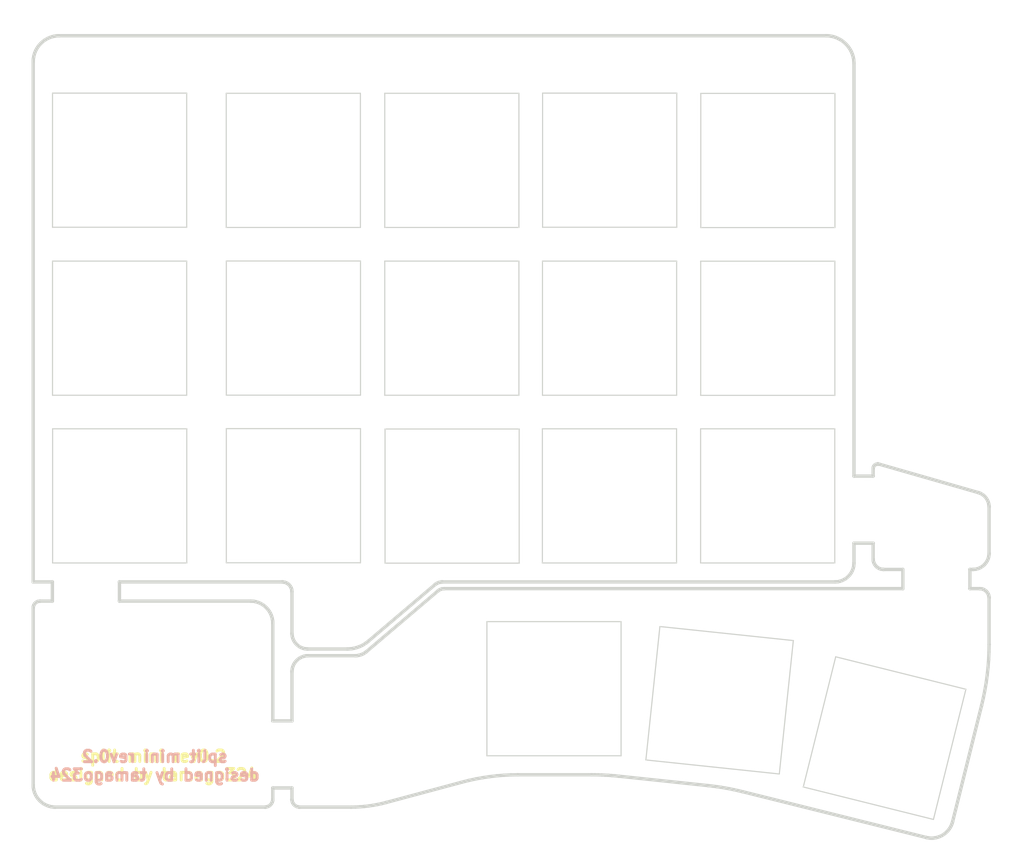
<source format=kicad_pcb>
(kicad_pcb (version 20211014) (generator pcbnew)
  (layers (0 "F.Cu" signal) (31 "B.Cu" signal) (34 "B.Paste" user) (35 "F.Paste" user) (36 "B.SilkS" user "B.Silkscreen") (37 "F.SilkS" user "F.Silkscreen") (38 "B.Mask" user) (39 "F.Mask" user) (44 "Edge.Cuts" user))
  (net 0 "")
  (net 1 "GND")
  (footprint "split-mini:SW_Hole" (layer "F.Cu") (at 30.04 51.46)
    (fp_text reference "SW6" hide)
    (fp_text value "SW_PUSH" hide)
    (fp_line (start -7 7) (end 7 7) (layer "Edge.Cuts") (width 0.12))
    (fp_line (start 7 7) (end 7 -7) (layer "Edge.Cuts") (width 0.12))
    (fp_line (start 7 -7) (end -7 -7) (layer "Edge.Cuts") (width 0.12))
    (fp_line (start -7 -7) (end -7 7) (layer "Edge.Cuts") (width 0.12))
  )
  (footprint "split-mini:SW_Hole" (layer "F.Cu") (at 30.05 68.96)
    (fp_text reference "SW11" hide)
    (fp_text value "SW_PUSH" hide)
    (fp_line (start -7 -7) (end -7 7) (layer "Edge.Cuts") (width 0.12))
    (fp_line (start -7 7) (end 7 7) (layer "Edge.Cuts") (width 0.12))
    (fp_line (start 7 7) (end 7 -7) (layer "Edge.Cuts") (width 0.12))
    (fp_line (start 7 -7) (end -7 -7) (layer "Edge.Cuts") (width 0.12))
  )
  (footprint "split-mini:SW_Hole" (layer "F.Cu") (at 81.17 51.46)
    (fp_text reference "SW9" hide)
    (fp_text value "SW_PUSH" hide)
    (fp_line (start -7 7) (end 7 7) (layer "Edge.Cuts") (width 0.12))
    (fp_line (start 7 7) (end 7 -7) (layer "Edge.Cuts") (width 0.12))
    (fp_line (start 7 -7) (end -7 -7) (layer "Edge.Cuts") (width 0.12))
    (fp_line (start -7 -7) (end -7 7) (layer "Edge.Cuts") (width 0.12))
  )
  (footprint "split-mini:SW_Hole" (layer "F.Cu") (at 64.71 33.95)
    (fp_text reference "SW3" hide)
    (fp_text value "SW_PUSH" hide)
    (fp_line (start -7 7) (end 7 7) (layer "Edge.Cuts") (width 0.12))
    (fp_line (start 7 7) (end 7 -7) (layer "Edge.Cuts") (width 0.12))
    (fp_line (start -7 -7) (end -7 7) (layer "Edge.Cuts") (width 0.12))
    (fp_line (start 7 -7) (end -7 -7) (layer "Edge.Cuts") (width 0.12))
  )
  (footprint "split-mini:breakaway-mousebites" (layer "F.Cu") (at 46.986 95.86 -90)
    (fp_text reference "REF**" hide)
    (fp_text value "breakaway-mousebites" hide)
    (pad "" np_thru_hole circle (at -1.27 -0.254 270) (size 0.7874 0.7874) (drill 0.7874) (layers *.Cu *.Mask))
    (pad "" np_thru_hole circle (at 2.54 -0.254 270) (size 0.7874 0.7874) (drill 0.7874) (layers *.Cu *.Mask))
    (pad "" np_thru_hole circle (at 1.27 -0.254 270) (size 0.7874 0.7874) (drill 0.7874) (layers *.Cu *.Mask))
    (pad "" np_thru_hole circle (at -2.54 -0.254 270) (size 0.7874 0.7874) (drill 0.7874) (layers *.Cu *.Mask))
    (pad "" np_thru_hole circle (at 0 -0.254 270) (size 0.7874 0.7874) (drill 0.7874) (layers *.Cu *.Mask))
  )
  (footprint "split-mini:SW_Hole" (layer "F.Cu") (at 97.69 33.96)
    (fp_text reference "SW5" hide)
    (fp_text value "SW_PUSH" hide)
    (fp_line (start -7 7) (end 7 7) (layer "Edge.Cuts") (width 0.12))
    (fp_line (start -7 -7) (end -7 7) (layer "Edge.Cuts") (width 0.12))
    (fp_line (start 7 -7) (end -7 -7) (layer "Edge.Cuts") (width 0.12))
    (fp_line (start 7 7) (end 7 -7) (layer "Edge.Cuts") (width 0.12))
  )
  (footprint "split-mini:spacer_m2_2.2mm" (layer "F.Cu") (at 52.02 80.95)
    (fp_text reference "HOLE3" hide)
    (fp_text value "Val**" hide)
    (pad "" np_thru_hole circle (at 0 0) (size 2.2 2.2) (drill 2.2) (layers F&B.Cu *.Mask))
  )
  (footprint "split-mini:SW_Hole" (layer "F.Cu") (at 97.67 68.96)
    (fp_text reference "SW15" hide)
    (fp_text value "SW_PUSH" hide)
    (fp_line (start -7 -7) (end -7 7) (layer "Edge.Cuts") (width 0.12))
    (fp_line (start 7 7) (end 7 -7) (layer "Edge.Cuts") (width 0.12))
    (fp_line (start -7 7) (end 7 7) (layer "Edge.Cuts") (width 0.12))
    (fp_line (start 7 -7) (end -7 -7) (layer "Edge.Cuts") (width 0.12))
  )
  (footprint "split-mini:SW_Hole" (layer "F.Cu") (at 48.18 51.45)
    (fp_text reference "SW7" hide)
    (fp_text value "SW_PUSH" hide)
    (fp_line (start 7 7) (end 7 -7) (layer "Edge.Cuts") (width 0.12))
    (fp_line (start -7 7) (end 7 7) (layer "Edge.Cuts") (width 0.12))
    (fp_line (start -7 -7) (end -7 7) (layer "Edge.Cuts") (width 0.12))
    (fp_line (start 7 -7) (end -7 -7) (layer "Edge.Cuts") (width 0.12))
  )
  (footprint "split-mini:spacer_m2_2.2mm" (layer "F.Cu") (at 112.8 84.69)
    (fp_text reference "HOLE5" hide)
    (fp_text value "Val**" hide)
    (pad "" np_thru_hole circle (at 0 0) (size 2.2 2.2) (drill 2.2) (layers F&B.Cu *.Mask))
  )
  (footprint "split-mini:SW_Hole" (layer "F.Cu") (at 75.37 89.08)
    (fp_text reference "SW16" hide)
    (fp_text value "SW_PUSH" hide)
    (fp_line (start 7 -7) (end -7 -7) (layer "Edge.Cuts") (width 0.12))
    (fp_line (start -7 7) (end 7 7) (layer "Edge.Cuts") (width 0.12))
    (fp_line (start 7 7) (end 7 -7) (layer "Edge.Cuts") (width 0.12))
    (fp_line (start -7 -7) (end -7 7) (layer "Edge.Cuts") (width 0.12))
  )
  (footprint "split-mini:spacer_m2_2.2mm" (layer "F.Cu") (at 53.04 95.6)
    (fp_text reference "HOLE4" hide)
    (fp_text value "Val*" hide)
    (pad "" np_thru_hole circle (at 0 0) (size 2.2 2.2) (drill 2.2) (layers F&B.Cu *.Mask))
  )
  (footprint "split-mini:SW_Hole" (layer "F.Cu") (at 109.8691 94.239 -14)
    (fp_text reference "SW18" hide)
    (fp_text value "SW_PUSH" hide)
    (fp_line (start -7 -7) (end -7 7) (layer "Edge.Cuts") (width 0.12))
    (fp_line (start -7 7) (end 7 7) (layer "Edge.Cuts") (width 0.12))
    (fp_line (start 7 -7) (end -7 -7) (layer "Edge.Cuts") (width 0.12))
    (fp_line (start 7 7) (end 7 -7) (layer "Edge.Cuts") (width 0.12))
  )
  (footprint "split-mini:SW_Hole" (layer "F.Cu") (at 64.71 51.46)
    (fp_text reference "SW8" hide)
    (fp_text value "SW_PUSH" hide)
    (fp_line (start 7 -7) (end -7 -7) (layer "Edge.Cuts") (width 0.12))
    (fp_line (start 7 7) (end 7 -7) (layer "Edge.Cuts") (width 0.12))
    (fp_line (start -7 -7) (end -7 7) (layer "Edge.Cuts") (width 0.12))
    (fp_line (start -7 7) (end 7 7) (layer "Edge.Cuts") (width 0.12))
  )
  (footprint "split-mini:spacer_m2_2.2mm" (layer "F.Cu") (at 97.68 23.95)
    (fp_text reference "HOLE2" hide)
    (fp_text value "Val**" hide)
    (pad "" np_thru_hole circle (at 0 0) (size 2.2 2.2) (drill 2.2) (layers F&B.Cu *.Mask))
  )
  (footprint "split-mini:SW_Hole" (layer "F.Cu") (at 92.6529 90.2867 -6)
    (fp_text reference "SW17" hide)
    (fp_text value "SW_PUSH" hide)
    (fp_line (start 7 -7) (end -7 -7) (layer "Edge.Cuts") (width 0.12))
    (fp_line (start 7 7) (end 7 -7) (layer "Edge.Cuts") (width 0.12))
    (fp_line (start -7 7) (end 7 7) (layer "Edge.Cuts") (width 0.12))
    (fp_line (start -7 -7) (end -7 7) (layer "Edge.Cuts") (width 0.12))
  )
  (footprint "split-mini:breakaway-mousebites" (layer "F.Cu") (at 115.23 77.86 180)
    (fp_text reference "REF**" hide)
    (fp_text value "breakaway-mousebites" hide)
    (pad "" np_thru_hole circle (at 2.54 -0.254 180) (size 0.7874 0.7874) (drill 0.7874) (layers *.Cu *.Mask))
    (pad "" np_thru_hole circle (at 1.27 -0.254 180) (size 0.7874 0.7874) (drill 0.7874) (layers *.Cu *.Mask))
    (pad "" np_thru_hole circle (at -1.27 -0.254 180) (size 0.7874 0.7874) (drill 0.7874) (layers *.Cu *.Mask))
    (pad "" np_thru_hole circle (at -2.54 -0.254 180) (size 0.7874 0.7874) (drill 0.7874) (layers *.Cu *.Mask))
    (pad "" np_thru_hole circle (at 0 -0.254 180) (size 0.7874 0.7874) (drill 0.7874) (layers *.Cu *.Mask))
  )
  (footprint "split-mini:breakaway-mousebites" (layer "F.Cu") (at 107.45 70.3 90)
    (fp_text reference "REF**" hide)
    (fp_text value "breakaway-mousebites" hide)
    (pad "" np_thru_hole circle (at 0 -0.254 90) (size 0.7874 0.7874) (drill 0.7874) (layers *.Cu *.Mask))
    (pad "" np_thru_hole circle (at 2.54 -0.254 90) (size 0.7874 0.7874) (drill 0.7874) (layers *.Cu *.Mask))
    (pad "" np_thru_hole circle (at -1.27 -0.254 90) (size 0.7874 0.7874) (drill 0.7874) (layers *.Cu *.Mask))
    (pad "" np_thru_hole circle (at 1.27 -0.254 90) (size 0.7874 0.7874) (drill 0.7874) (layers *.Cu *.Mask))
    (pad "" np_thru_hole circle (at -2.54 -0.254 90) (size 0.7874 0.7874) (drill 0.7874) (layers *.Cu *.Mask))
  )
  (footprint "split-mini:SW_Hole" (layer "F.Cu") (at 97.68 51.47)
    (fp_text reference "SW10" hide)
    (fp_text value "SW_PUSH" hide)
    (fp_line (start 7 7) (end 7 -7) (layer "Edge.Cuts") (width 0.12))
    (fp_line (start -7 7) (end 7 7) (layer "Edge.Cuts") (width 0.12))
    (fp_line (start 7 -7) (end -7 -7) (layer "Edge.Cuts") (width 0.12))
    (fp_line (start -7 -7) (end -7 7) (layer "Edge.Cuts") (width 0.12))
  )
  (footprint "split-mini:SW_Hole" (layer "F.Cu") (at 48.17 33.95)
    (fp_text reference "SW2" hide)
    (fp_text value "SW_PUSH" hide)
    (fp_line (start 7 -7) (end -7 -7) (layer "Edge.Cuts") (width 0.12))
    (fp_line (start -7 -7) (end -7 7) (layer "Edge.Cuts") (width 0.12))
    (fp_line (start 7 7) (end 7 -7) (layer "Edge.Cuts") (width 0.12))
    (fp_line (start -7 7) (end 7 7) (layer "Edge.Cuts") (width 0.12))
  )
  (footprint "split-mini:SW_Hole" (layer "F.Cu") (at 64.74 68.98)
    (fp_text reference "SW13" hide)
    (fp_text value "SW_PUSH" hide)
    (fp_line (start 7 7) (end 7 -7) (layer "Edge.Cuts") (width 0.12))
    (fp_line (start -7 7) (end 7 7) (layer "Edge.Cuts") (width 0.12))
    (fp_line (start -7 -7) (end -7 7) (layer "Edge.Cuts") (width 0.12))
    (fp_line (start 7 -7) (end -7 -7) (layer "Edge.Cuts") (width 0.12))
  )
  (footprint "split-mini:spacer_m2_2.2mm" (layer "F.Cu") (at 30.04 23.95)
    (fp_text reference "HOLE1" hide)
    (fp_text value "Val**" hide)
    (pad "" np_thru_hole circle (at 0 0) (size 2.2 2.2) (drill 2.2) (layers F&B.Cu *.Mask))
  )
  (footprint "split-mini:SW_Hole" (layer "F.Cu") (at 48.18 68.94)
    (fp_text reference "SW12" hide)
    (fp_text value "SW_PUSH" hide)
    (fp_line (start 7 -7) (end -7 -7) (layer "Edge.Cuts") (width 0.12))
    (fp_line (start -7 -7) (end -7 7) (layer "Edge.Cuts") (width 0.12))
    (fp_line (start -7 7) (end 7 7) (layer "Edge.Cuts") (width 0.12))
    (fp_line (start 7 7) (end 7 -7) (layer "Edge.Cuts") (width 0.12))
  )
  (footprint "split-mini:SW_Hole" (layer "F.Cu") (at 81.16 68.96)
    (fp_text reference "SW14" hide)
    (fp_text value "SW_PUSH" hide)
    (fp_line (start -7 -7) (end -7 7) (layer "Edge.Cuts") (width 0.12))
    (fp_line (start -7 7) (end 7 7) (layer "Edge.Cuts") (width 0.12))
    (fp_line (start 7 -7) (end -7 -7) (layer "Edge.Cuts") (width 0.12))
    (fp_line (start 7 7) (end 7 -7) (layer "Edge.Cuts") (width 0.12))
  )
  (footprint "split-mini:SW_Hole" (layer "F.Cu") (at 30.04 33.93)
    (fp_text reference "SW1" hide)
    (fp_text value "SW_PUSH" hide)
    (fp_line (start 7 7) (end 7 -7) (layer "Edge.Cuts") (width 0.12))
    (fp_line (start -7 7) (end 7 7) (layer "Edge.Cuts") (width 0.12))
    (fp_line (start -7 -7) (end -7 7) (layer "Edge.Cuts") (width 0.12))
    (fp_line (start 7 -7) (end -7 -7) (layer "Edge.Cuts") (width 0.12))
  )
  (footprint "split-mini:SW_Hole" (layer "F.Cu") (at 81.18 33.93)
    (fp_text reference "SW4" hide)
    (fp_text value "SW_PUSH" hide)
    (fp_line (start 7 7) (end 7 -7) (layer "Edge.Cuts") (width 0.12))
    (fp_line (start -7 7) (end 7 7) (layer "Edge.Cuts") (width 0.12))
    (fp_line (start 7 -7) (end -7 -7) (layer "Edge.Cuts") (width 0.12))
    (fp_line (start -7 -7) (end -7 7) (layer "Edge.Cuts") (width 0.12))
  )
  (footprint "split-mini:breakaway-mousebites" (layer "F.Cu") (at 26.51 78.77)
    (fp_text reference "REF**" hide)
    (fp_text value "breakaway-mousebites" hide)
    (pad "" np_thru_hole circle (at 1.27 -0.254) (size 0.7874 0.7874) (drill 0.7874) (layers *.Cu *.Mask))
    (pad "" np_thru_hole circle (at 0 -0.254) (size 0.7874 0.7874) (drill 0.7874) (layers *.Cu *.Mask))
    (pad "" np_thru_hole circle (at 2.54 -0.254) (size 0.7874 0.7874) (drill 0.7874) (layers *.Cu *.Mask))
    (pad "" np_thru_hole circle (at -1.27 -0.254) (size 0.7874 0.7874) (drill 0.7874) (layers *.Cu *.Mask))
    (pad "" np_thru_hole circle (at -2.54 -0.254) (size 0.7874 0.7874) (drill 0.7874) (layers *.Cu *.Mask))
  )
  (gr_line (start 55.994536 84.127249) (end 62.941371 78.2303) (layer "Edge.Cuts") (width 0.349999))
  (gr_line (start 48.455705 101.342096) (end 48.491151 101.359916) (layer "Edge.Cuts") (width 0.349999))
  (gr_line (start 105.370687 77.817152) (end 105.460997 77.781545) (layer "Edge.Cuts") (width 0.349999))
  (gr_line (start 47.249151 77.968775) (end 47.297495 77.982189) (layer "Edge.Cuts") (width 0.349999))
  (gr_line (start 48.349869 84.26851) (end 48.39984 84.332657) (layer "Edge.Cuts") (width 0.349999))
  (gr_line (start 45.319867 101.42874) (end 45.359889 101.421758) (layer "Edge.Cuts") (width 0.349999))
  (gr_line (start 21.038639 23.391422) (end 21.028677 23.5253) (layer "Edge.Cuts") (width 0.349999))
  (gr_line (start 47.793113 78.313838) (end 47.824164 78.353695) (layer "Edge.Cuts") (width 0.349999))
  (gr_line (start 116.441411 103.937807) (end 116.513709 103.854992) (layer "Edge.Cuts") (width 0.349999))
  (gr_line (start 21.784794 100.840594) (end 21.871179 100.915014) (layer "Edge.Cuts") (width 0.349999))
  (gr_line (start 23.025611 77.937815) (end 23.025611 77.937815) (layer "Edge.Cuts") (width 0.349999))
  (gr_line (start 55.329939 85.49707) (end 55.255709 85.526188) (layer "Edge.Cuts") (width 0.349999))
  (gr_line (start 70.133669 98.111382) (end 70.873306 98.074982) (layer "Edge.Cuts") (width 0.349999))
  (gr_line (start 120.70122 75.435875) (end 120.723363 75.356073) (layer "Edge.Cuts") (width 0.349999))
  (gr_line (start 49.434057 84.919741) (end 49.514751 84.929764) (layer "Edge.Cuts") (width 0.349999))
  (gr_line (start 116.937738 103.067128) (end 116.968856 102.954535) (layer "Edge.Cuts") (width 0.349999))
  (gr_line (start 30.025611 77.937815) (end 30.025611 77.937815) (layer "Edge.Cuts") (width 0.349999))
  (gr_line (start 21.622888 100.678691) (end 21.701835 100.761649) (layer "Edge.Cuts") (width 0.349999))
  (gr_line (start 63.118653 78.104941) (end 63.165926 78.078795) (layer "Edge.Cuts") (width 0.349999))
  (gr_line (start 115.644464 104.498434) (end 115.743942 104.453807) (layer "Edge.Cuts") (width 0.349999))
  (gr_line (start 111.774467 78.637816) (end 111.774467 78.637816) (layer "Edge.Cuts") (width 0.349999))
  (gr_line (start 21.025611 99.129103) (end 21.025611 99.129103) (layer "Edge.Cuts") (width 0.349999))
  (gr_line (start 54.196868 101.437812) (end 54.659376 101.430232) (layer "Edge.Cuts") (width 0.349999))
  (gr_line (start 46.021592 100.691593) (end 46.024625 100.650809) (layer "Edge.Cuts") (width 0.349999))
  (gr_line (start 55.372273 84.547125) (end 55.503273 84.474664) (layer "Edge.Cuts") (width 0.349999))
  (gr_line (start 22.555917 101.302658) (end 22.6629 101.338053) (layer "Edge.Cuts") (width 0.349999))
  (gr_line (start 21.548467 100.592307) (end 21.622888 100.678691) (layer "Edge.Cuts") (width 0.349999))
  (gr_line (start 45.657 101.298693) (end 45.690238 101.275331) (layer "Edge.Cuts") (width 0.349999))
  (gr_line (start 120.580646 79.02976) (end 120.551683 78.992904) (layer "Edge.Cuts") (width 0.349999))
  (gr_line (start 47.724906 78.238528) (end 47.724906 78.238528) (layer "Edge.Cuts") (width 0.349999))
  (gr_line (start 22.347877 101.216489) (end 22.450846 101.26211) (layer "Edge.Cuts") (width 0.349999))
  (gr_line (start 108.80697 65.784533) (end 108.7883 65.805774) (layer "Edge.Cuts") (width 0.349999))
  (gr_line (start 120.521018 78.957504) (end 120.488714 78.923621) (layer "Edge.Cuts") (width 0.349999))
  (gr_line (start 49.514751 84.929764) (end 49.596135 84.935819) (layer "Edge.Cuts") (width 0.349999))
  (gr_line (start 120.754645 79.416861) (end 120.743752 79.369661) (layer "Edge.Cuts") (width 0.349999))
  (gr_line (start 109.021426 65.650252) (end 108.994789 65.659278) (layer "Edge.Cuts") (width 0.349999))
  (gr_line (start 21.821555 21.737985) (end 21.728599 21.835656) (layer "Edge.Cuts") (width 0.349999))
  (gr_line (start 81.752674 98.175401) (end 82.102412 98.209845) (layer "Edge.Cuts") (width 0.349999))
  (gr_line (start 120.292038 68.989505) (end 120.198264 68.90618) (layer "Edge.Cuts") (width 0.349999))
  (gr_line (start 48.184055 83.991463) (end 48.220285 84.063523) (layer "Edge.Cuts") (width 0.349999))
  (gr_line (start 92.353572 99.303294) (end 92.803934 99.370604) (layer "Edge.Cuts") (width 0.349999))
  (gr_line (start 48.025611 92.437812) (end 48.025611 92.437812) (layer "Edge.Cuts") (width 0.349999))
  (gr_line (start 21.701835 100.761649) (end 21.784794 100.840594) (layer "Edge.Cuts") (width 0.349999))
  (gr_line (start 45.863165 101.102397) (end 45.886526 101.06916) (layer "Edge.Cuts") (width 0.349999))
  (gr_line (start 93.700726 99.528736) (end 94.146949 99.619521) (layer "Edge.Cuts") (width 0.349999))
  (gr_line (start 114.217994 104.607398) (end 114.332015 104.632783) (layer "Edge.Cuts") (width 0.349999))
  (gr_line (start 55.544321 85.390464) (end 55.474354 85.429168) (layer "Edge.Cuts") (width 0.349999))
  (gr_line (start 119.849048 78.639122) (end 119.798842 78.63785) (layer "Edge.Cuts") (width 0.349999))
  (gr_line (start 120.378654 69.079779) (end 120.292038 68.989505) (layer "Edge.Cuts") (width 0.349999))
  (gr_line (start 44.992462 80.327745) (end 44.896442 80.267059) (layer "Edge.Cuts") (width 0.349999))
  (gr_line (start 21.184521 22.743554) (end 21.142842 22.869515) (layer "Edge.Cuts") (width 0.349999))
  (gr_line (start 109.159706 65.628702) (end 109.131604 65.629826) (layer "Edge.Cuts") (width 0.349999))
  (gr_line (start 47.437594 78.036251) (end 47.482368 78.058762) (layer "Edge.Cuts") (width 0.349999))
  (gr_line (start 21.871179 100.915014) (end 21.960802 100.984829) (layer "Edge.Cuts") (width 0.349999))
  (gr_line (start 55.026238 85.593728) (end 54.947852 85.609504) (layer "Edge.Cuts") (width 0.349999))
  (gr_line (start 108.676481 66.089548) (end 108.675643 66.118251) (layer "Edge.Cuts") (width 0.349999))
  (gr_line (start 115.439215 104.573296) (end 115.542831 104.538298) (layer "Edge.Cuts") (width 0.349999))
  (gr_line (start 120.175747 90.041614) (end 120.334181 89.253993) (layer "Edge.Cuts") (width 0.349999))
  (gr_line (start 48.387498 101.301289) (end 48.421131 101.322544) (layer "Edge.Cuts") (width 0.349999))
  (gr_line (start 21.232266 22.619845) (end 21.184521 22.743554) (layer "Edge.Cuts") (width 0.349999))
  (gr_line (start 120.774467 79.613475) (end 120.774467 79.613475) (layer "Edge.Cuts") (width 0.349999))
  (gr_line (start 48.568989 84.510368) (end 48.630819 84.563633) (layer "Edge.Cuts") (width 0.349999))
  (gr_line (start 115.84109 104.404522) (end 115.935738 104.350682) (layer "Edge.Cuts") (width 0.349999))
  (gr_line (start 120.7559 75.19323) (end 120.766178 75.110466) (layer "Edge.Cuts") (width 0.349999))
  (gr_line (start 105.951907 77.483713) (end 106.024068 77.421208) (layer "Edge.Cuts") (width 0.349999))
  (gr_line (start 120.773113 70.057586) (end 120.769082 69.992617) (layer "Edge.Cuts") (width 0.349999))
  (gr_line (start 120.45774 69.176506) (end 120.378654 69.079779) (layer "Edge.Cuts") (width 0.349999))
  (gr_line (start 21.960802 100.984829) (end 22.053472 101.049963) (layer "Edge.Cuts") (width 0.349999))
  (gr_line (start 21.21229 80.175202) (end 21.188997 80.202228) (layer "Edge.Cuts") (width 0.349999))
  (gr_line (start 116.859876 103.28353) (end 116.901354 103.176827) (layer "Edge.Cuts") (width 0.349999))
  (gr_line (start 48.641104 86.024013) (end 48.579738 86.077169) (layer "Edge.Cuts") (width 0.349999))
  (gr_line (start 104.062908 20.956994) (end 103.915112 20.945753) (layer "Edge.Cuts") (width 0.349999))
  (gr_line (start 21.318048 80.079432) (end 21.289999 80.101271) (layer "Edge.Cuts") (width 0.349999))
  (gr_line (start 120.153762 76.253991) (end 120.217176 76.199357) (layer "Edge.Cuts") (width 0.349999))
  (gr_line (start 53.787147 84.937812) (end 53.787147 84.937812) (layer "Edge.Cuts") (width 0.349999))
  (gr_line (start 30.025611 77.937815) (end 46.998878 77.937815) (layer "Edge.Cuts") (width 0.349999))
  (gr_line (start 105.274429 21.363314) (end 105.152556 21.293237) (layer "Edge.Cuts") (width 0.349999))
  (gr_line (start 23.743743 20.94196) (end 23.60895 20.945288) (layer "Edge.Cuts") (width 0.349999))
  (gr_line (start 21.376948 80.040174) (end 21.347051 80.059058) (layer "Edge.Cuts") (width 0.349999))
  (gr_line (start 108.770942 65.827987) (end 108.754927 65.851107) (layer "Edge.Cuts") (width 0.349999))
  (gr_line (start 54.627738 85.637847) (end 49.71688 85.637816) (layer "Edge.Cuts") (width 0.349999))
  (gr_line (start 116.582122 103.768452) (end 116.646478 103.678292) (layer "Edge.Cuts") (width 0.349999))
  (gr_line (start 55.806701 85.204901) (end 55.806701 85.204901) (layer "Edge.Cuts") (width 0.349999))
  (gr_line (start 108.681 75.645683) (end 108.687678 75.699449) (layer "Edge.Cuts") (width 0.349999))
  (gr_line (start 48.263694 101.199782) (end 48.292902 101.227576) (layer "Edge.Cuts") (width 0.349999))
  (gr_line (start 120.488714 78.923621) (end 120.454831 78.891317) (layer "Edge.Cuts") (width 0.349999))
  (gr_line (start 47.981259 78.665933) (end 47.994675 78.714277) (layer "Edge.Cuts") (width 0.349999))
  (gr_line (start 44.593043 80.1145) (end 44.487432 80.073742) (layer "Edge.Cuts") (width 0.349999))
  (gr_line (start 45.783118 101.195281) (end 45.783118 101.195281) (layer "Edge.Cuts") (width 0.349999))
  (gr_line (start 46.998878 77.937815) (end 47.049792 77.939076) (layer "Edge.Cuts") (width 0.349999))
  (gr_line (start 120.67826 79.190516) (end 120.656715 79.14845) (layer "Edge.Cuts") (width 0.349999))
  (gr_line (start 105.027071 21.228966) (end 104.898158 21.170683) (layer "Edge.Cuts") (width 0.349999))
  (gr_line (start 119.898595 78.642891) (end 119.849048 78.639122) (layer "Edge.Cuts") (width 0.349999))
  (gr_line (start 108.687678 75.699449) (end 108.696963 75.752663) (layer "Edge.Cuts") (width 0.349999))
  (gr_line (start 119.32992 76.619244) (end 119.411834 76.604951) (layer "Edge.Cuts") (width 0.349999))
  (gr_line (start 47.150499 77.949064) (end 47.200124 77.957721) (layer "Edge.Cuts") (width 0.349999))
  (gr_line (start 30.025611 79.937815) (end 30.025611 79.937815) (layer "Edge.Cuts") (width 0.349999))
  (gr_line (start 63.482317 78.736669) (end 63.441478 78.75697) (layer "Edge.Cuts") (width 0.349999))
  (gr_line (start 106.58399 23.124944) (end 106.544773 22.986841) (layer "Edge.Cuts") (width 0.349999))
  (gr_line (start 119.247157 76.629524) (end 119.32992 76.619244) (layer "Edge.Cuts") (width 0.349999))
  (gr_line (start 54.708534 85.636055) (end 54.627738 85.637847) (layer "Edge.Cuts") (width 0.349999))
  (gr_line (start 48.027843 87.242016) (end 48.025641 87.329047) (layer "Edge.Cuts") (width 0.349999))
  (gr_line (start 108.704938 65.951392) (end 108.696116 65.978097) (layer "Edge.Cuts") (width 0.349999))
  (gr_line (start 106.675612 66.895079) (end 106.675612 23.852266) (layer "Edge.Cuts") (width 0.349999))
  (gr_line (start 48.527404 101.375978) (end 48.564397 101.390253) (layer "Edge.Cuts") (width 0.349999))
  (gr_line (start 22.247198 101.165871) (end 22.347877 101.216489) (layer "Edge.Cuts") (width 0.349999))
  (gr_line (start 21.036909 99.357303) (end 21.050913 99.470047) (layer "Edge.Cuts") (width 0.349999))
  (gr_line (start 21.236999 80.149249) (end 21.236999 80.149249) (layer "Edge.Cuts") (width 0.349999))
  (gr_line (start 63.441478 78.75697) (end 63.401512 78.779074) (layer "Edge.Cuts") (width 0.349999))
  (gr_line (start 109.187893 65.629198) (end 109.159706 65.628702) (layer "Edge.Cuts") (width 0.349999))
  (gr_line (start 119.492762 76.586703) (end 119.572563 76.564558) (layer "Edge.Cuts") (width 0.349999))
  (gr_line (start 49.37604 85.672178) (end 49.294217 85.691063) (layer "Edge.Cuts") (width 0.349999))
  (gr_line (start 105.87678 77.542749) (end 105.951907 77.483713) (layer "Edge.Cuts") (width 0.349999))
  (gr_line (start 49.213962 85.713853) (end 49.135381 85.740442) (layer "Edge.Cuts") (width 0.349999))
  (gr_line (start 103.915112 20.945753) (end 103.765349 20.941964) (layer "Edge.Cuts") (width 0.349999))
  (gr_line (start 47.345073 77.99793) (end 47.391801 78.015962) (layer "Edge.Cuts") (width 0.349999))
  (gr_line (start 48.220285 84.063523) (end 48.260035 84.133808) (layer "Edge.Cuts") (width 0.349999))
  (gr_line (start 48.292902 101.227576) (end 48.323317 101.253777) (layer "Edge.Cuts") (width 0.349999))
  (gr_line (start 21.028448 99.243592) (end 21.036909 99.357303) (layer "Edge.Cuts") (width 0.349999))
  (gr_line (start 62.941371 78.2303) (end 62.941371 78.2303) (layer "Edge.Cuts") (width 0.349999))
  (gr_line (start 65.758204 98.834754) (end 65.758204 98.834754) (layer "Edge.Cuts") (width 0.349999))
  (gr_line (start 80.350426 98.083501) (end 80.701393 98.09959) (layer "Edge.Cuts") (width 0.349999))
  (gr_line (start 118.774467 76.637816) (end 119.079642 76.637816) (layer "Edge.Cuts") (width 0.349999))
  (gr_line (start 120.221817 78.73407) (end 120.178601 78.714532) (layer "Edge.Cuts") (width 0.349999))
  (gr_line (start 63.742213 78.65399) (end 63.697439 78.662998) (layer "Edge.Cuts") (width 0.349999))
  (gr_line (start 46.000673 100.81159) (end 46.009588 100.772051) (layer "Edge.Cuts") (width 0.349999))
  (gr_line (start 21.471411 79.992709) (end 21.439187 80.006975) (layer "Edge.Cuts") (width 0.349999))
  (gr_line (start 45.696399 81.067015) (end 45.635713 80.970995) (layer "Edge.Cuts") (width 0.349999))
  (gr_line (start 115.333789 104.603324) (end 115.439215 104.573296) (layer "Edge.Cuts") (width 0.349999))
  (gr_line (start 106.479515 76.811328) (end 106.519342 76.723237) (layer "Edge.Cuts") (width 0.349999))
  (gr_line (start 48.260035 84.133808) (end 48.303249 84.202182) (layer "Edge.Cuts") (width 0.349999))
  (gr_line (start 48.36164 86.317158) (end 48.314487 86.383464) (layer "Edge.Cuts") (width 0.349999))
  (gr_line (start 104.686904 77.937815) (end 104.789242 77.935229) (layer "Edge.Cuts") (width 0.349999))
  (gr_line (start 120.334181 89.253993) (end 120.468428 88.46227) (layer "Edge.Cuts") (width 0.349999))
  (gr_line (start 120.087971 76.305244) (end 120.153762 76.253991) (layer "Edge.Cuts") (width 0.349999))
  (gr_line (start 46.025611 99.437812) (end 48.025611 99.437812) (layer "Edge.Cuts") (width 0.349999))
  (gr_line (start 48.509612 84.453864) (end 48.509612 84.453864) (layer "Edge.Cuts") (width 0.349999))
  (gr_line (start 119.877728 76.438153) (end 119.949815 76.397383) (layer "Edge.Cuts") (width 0.349999))
  (gr_line (start 108.727056 65.899815) (end 108.715262 65.925277) (layer "Edge.Cuts") (width 0.349999))
  (gr_line (start 119.411834 76.604951) (end 119.492762 76.586703) (layer "Edge.Cuts") (width 0.349999))
  (gr_line (start 45.197585 101.437812) (end 45.238647 101.436795) (layer "Edge.Cuts") (width 0.349999))
  (gr_line (start 21.047137 80.483955) (end 21.039355 80.518449) (layer "Edge.Cuts") (width 0.349999))
  (gr_line (start 54.947852 85.609504) (end 54.8687 85.621844) (layer "Edge.Cuts") (width 0.349999))
  (gr_line (start 109.07883 76.388518) (end 109.121567 76.421812) (layer "Edge.Cuts") (width 0.349999))
  (gr_line (start 120.344325 78.804487) (end 120.304741 78.77911) (layer "Edge.Cuts") (width 0.349999))
  (gr_line (start 57.403259 101.068567) (end 57.851935 100.956046) (layer "Edge.Cuts") (width 0.349999))
  (gr_line (start 63.324454 78.828595) (end 63.287485 78.855968) (layer "Edge.Cuts") (width 0.349999))
  (gr_line (start 48.602063 101.402715) (end 48.640336 101.413334) (layer "Edge.Cuts") (width 0.349999))
  (gr_line (start 48.02438 78.913635) (end 48.025641 78.964549) (layer "Edge.Cuts") (width 0.349999))
  (gr_line (start 120.217176 76.199357) (end 120.278075 76.141402) (layer "Edge.Cuts") (width 0.349999))
  (gr_line (start 55.612648 85.348646) (end 55.544321 85.390464) (layer "Edge.Cuts") (width 0.349999))
  (gr_line (start 48.83847 101.437842) (end 54.196868 101.437812) (layer "Edge.Cuts") (width 0.349999))
  (gr_line (start 70.873306 98.074982) (end 71.614337 98.062834) (layer "Edge.Cuts") (width 0.349999))
  (gr_line (start 45.9253 81.583551) (end 45.88972 81.47602) (layer "Edge.Cuts") (width 0.349999))
  (gr_line (start 22.771606 101.368218) (end 22.881847 101.393073) (layer "Edge.Cuts") (width 0.349999))
  (gr_line (start 48.314487 86.383464) (end 48.270497 86.452083) (layer "Edge.Cuts") (width 0.349999))
  (gr_line (start 55.121014 101.407515) (end 55.581415 101.369709) (layer "Edge.Cuts") (width 0.349999))
  (gr_line (start 106.519342 76.723237) (end 106.554952 76.632928) (layer "Edge.Cuts") (width 0.349999))
  (gr_line (start 48.579738 86.077169) (end 48.521003 86.133168) (layer "Edge.Cuts") (width 0.349999))
  (gr_line (start 106.58622 76.540525) (end 106.613021 76.446154) (layer "Edge.Cuts") (width 0.349999))
  (gr_line (start 108.891649 76.19189) (end 108.924942 76.234628) (layer "Edge.Cuts") (width 0.349999))
  (gr_line (start 45.27943 101.433762) (end 45.319867 101.42874) (layer "Edge.Cuts") (width 0.349999))
  (gr_line (start 21.641204 79.945692) (end 21.606286 79.951772) (layer "Edge.Cuts") (width 0.349999))
  (gr_line (start 46.025611 92.437812) (end 46.025611 92.437812) (layer "Edge.Cuts") (width 0.349999))
  (gr_line (start 119.993194 90.824576) (end 119.993194 90.824576) (layer "Edge.Cuts") (width 0.349999))
  (gr_line (start 48.185114 101.108608) (end 48.209696 101.140162) (layer "Edge.Cuts") (width 0.349999))
  (gr_line (start 22.582237 21.202494) (end 22.463694 21.262084) (layer "Edge.Cuts") (width 0.349999))
  (gr_line (start 115.008377 104.662548) (end 115.118197 104.648054) (layer "Edge.Cuts") (width 0.349999))
  (gr_line (start 48.078892 86.906381) (end 48.060006 86.988204) (layer "Edge.Cuts") (width 0.349999))
  (gr_line (start 106.675612 73.895079) (end 106.675612 73.895079) (layer "Edge.Cuts") (width 0.349999))
  (gr_line (start 106.335978 77.061043) (end 106.387708 76.980356) (layer "Edge.Cuts") (width 0.349999))
  (gr_line (start 23.475071 20.955235) (end 23.342329 20.971711) (layer "Edge.Cuts") (width 0.349999))
  (gr_line (start 120.551683 78.992904) (end 120.521018 78.957504) (layer "Edge.Cuts") (width 0.349999))
  (gr_line (start 45.570242 80.877848) (end 45.500065 80.787765) (layer "Edge.Cuts") (width 0.349999))
  (gr_line (start 23.60895 20.945288) (end 23.475071 20.955235) (layer "Edge.Cuts") (width 0.349999))
  (gr_line (start 120.019942 76.353061) (end 120.087971 76.305244) (layer "Edge.Cuts") (width 0.349999))
  (gr_line (start 21.142842 22.869515) (end 21.107322 22.997505) (layer "Edge.Cuts") (width 0.349999))
  (gr_line (start 48.025641 87.329047) (end 48.025641 87.329047) (layer "Edge.Cuts") (width 0.349999))
  (gr_line (start 45.622738 101.320347) (end 45.657 101.298693) (layer "Edge.Cuts") (width 0.349999))
  (gr_line (start 48.7713 85.926654) (end 48.704993 85.973806) (layer "Edge.Cuts") (width 0.349999))
  (gr_line (start 49.275288 84.888014) (end 49.354191 84.905805) (layer "Edge.Cuts") (width 0.349999))
  (gr_line (start 92.803934 99.370604) (end 93.253019 99.445758) (layer "Edge.Cuts") (width 0.349999))
  (gr_line (start 43.704978 79.937854) (end 30.025611 79.937815) (layer "Edge.Cuts") (width 0.349999))
  (gr_line (start 49.678077 84.93785) (end 49.678077 84.93785) (layer "Edge.Cuts") (width 0.349999))
  (gr_line (start 48.025641 87.329047) (end 48.025611 92.437812) (layer "Edge.Cuts") (width 0.349999))
  (gr_line (start 63.878907 78.638836) (end 63.833009 78.641887) (layer "Edge.Cuts") (width 0.349999))
  (gr_line (start 103.765349 20.941964) (end 103.765349 20.941964) (layer "Edge.Cuts") (width 0.349999))
  (gr_line (start 45.989854 100.850579) (end 46.000673 100.81159) (layer "Edge.Cuts") (width 0.349999))
  (gr_line (start 119.949815 76.397383) (end 120.019942 76.353061) (layer "Edge.Cuts") (width 0.349999))
  (gr_line (start 54.238299 84.907851) (end 54.386496 84.884749) (layer "Edge.Cuts") (width 0.349999))
  (gr_line (start 56.9515 101.166243) (end 57.403259 101.068567) (layer "Edge.Cuts") (width 0.349999))
  (gr_line (start 120.727124 69.739575) (end 120.691299 69.618023) (layer "Edge.Cuts") (width 0.349999))
  (gr_line (start 106.158985 77.286296) (end 106.221492 77.214138) (layer "Edge.Cuts") (width 0.349999))
  (gr_line (start 48.02661 100.665296) (end 48.029589 100.705335) (layer "Edge.Cuts") (width 0.349999))
  (gr_line (start 120.097707 68.830299) (end 119.990739 68.762359) (layer "Edge.Cuts") (width 0.349999))
  (gr_line (start 115.935738 104.350682) (end 116.027711 104.292391) (layer "Edge.Cuts") (width 0.349999))
  (gr_line (start 62.941371 78.2303) (end 62.983772 78.195898) (layer "Edge.Cuts") (width 0.349999))
  (gr_line (start 48.694965 84.613603) (end 48.761292 84.660222) (layer "Edge.Cuts") (width 0.349999))
  (gr_line (start 48.162182 101.075982) (end 48.185114 101.108608) (layer "Edge.Cuts") (width 0.349999))
  (gr_line (start 109.300078 65.647631) (end 109.300078 65.647631) (layer "Edge.Cuts") (width 0.349999))
  (gr_line (start 120.198264 68.90618) (end 120.097707 68.830299) (layer "Edge.Cuts") (width 0.349999))
  (gr_line (start 119.635116 68.61114) (end 119.635116 68.61114) (layer "Edge.Cuts") (width 0.349999))
  (gr_line (start 106.675612 23.852266) (end 106.671826 23.702504) (layer "Edge.Cuts") (width 0.349999))
  (gr_line (start 21.070384 99.581635) (end 21.095242 99.691877) (layer "Edge.Cuts") (width 0.349999))
  (gr_line (start 106.44691 22.719457) (end 106.38863 22.590543) (layer "Edge.Cuts") (width 0.349999))
  (gr_line (start 82.102412 98.209845) (end 82.102412 98.209845) (layer "Edge.Cuts") (width 0.349999))
  (gr_line (start 106.093135 77.355361) (end 106.158985 77.286296) (layer "Edge.Cuts") (width 0.349999))
  (gr_line (start 21.026226 80.624221) (end 21.025336 80.660044) (layer "Edge.Cuts") (width 0.349999))
  (gr_line (start 45.980608 81.803618) (end 45.955622 81.692814) (layer "Edge.Cuts") (width 0.349999))
  (gr_line (start 55.255709 85.526188) (end 55.180276 85.55203) (layer "Edge.Cuts") (width 0.349999))
  (gr_line (start 114.55964 104.665632) (end 114.672897 104.673303) (layer "Edge.Cuts") (width 0.349999))
  (gr_line (start 49.459323 85.657305) (end 49.37604 85.672178) (layer "Edge.Cuts") (width 0.349999))
  (gr_line (start 43.820052 79.940706) (end 43.704978 79.937854) (layer "Edge.Cuts") (width 0.349999))
  (gr_line (start 46.025611 92.437812) (end 46.025611 82.258441) (layer "Edge.Cuts") (width 0.349999))
  (gr_line (start 118.774467 78.637816) (end 118.774467 78.637816) (layer "Edge.Cuts") (width 0.349999))
  (gr_line (start 46.025641 100.609748) (end 46.025611 99.437812) (layer "Edge.Cuts") (width 0.349999))
  (gr_line (start 44.487432 80.073742) (end 44.379898 80.038162) (layer "Edge.Cuts") (width 0.349999))
  (gr_line (start 47.391801 78.015962) (end 47.437594 78.036251) (layer "Edge.Cuts") (width 0.349999))
  (gr_line (start 106.011052 22.00106) (end 105.919581 21.895462) (layer "Edge.Cuts") (width 0.349999))
  (gr_line (start 45.587517 101.340266) (end 45.622738 101.320347) (layer "Edge.Cuts") (width 0.349999))
  (gr_line (start 46.022759 82.143374) (end 46.014255 82.029088) (layer "Edge.Cuts") (width 0.349999))
  (gr_line (start 104.989763 77.914905) (end 105.087696 77.897418) (layer "Edge.Cuts") (width 0.349999))
  (gr_line (start 21.025611 77.937815) (end 21.025611 77.937815) (layer "Edge.Cuts") (width 0.349999))
  (gr_line (start 55.180276 85.55203) (end 55.103749 85.574557) (layer "Edge.Cuts") (width 0.349999))
  (gr_line (start 63.263502 78.032926) (end 63.313656 78.013257) (layer "Edge.Cuts") (width 0.349999))
  (gr_line (start 104.492671 21.033598) (end 104.351871 21.001099) (layer "Edge.Cuts") (width 0.349999))
  (gr_line (start 48.075449 83.688174) (end 48.09704 83.765982) (layer "Edge.Cuts") (width 0.349999))
  (gr_line (start 45.551407 101.358422) (end 45.587517 101.340266) (layer "Edge.Cuts") (width 0.349999))
  (gr_line (start 104.765998 21.118573) (end 104.630775 21.072816) (layer "Edge.Cuts") (width 0.349999))
  (gr_line (start 120.042667 78.668574) (end 119.995466 78.657678) (layer "Edge.Cuts") (width 0.349999))
  (gr_line (start 71.614337 98.062834) (end 79.296523 98.062812) (layer "Edge.Cuts") (width 0.349999))
  (gr_line (start 45.47679 101.389329) (end 45.514476 101.374785) (layer "Edge.Cuts") (width 0.349999))
  (gr_line (start 45.085609 80.393215) (end 44.992462 80.327745) (layer "Edge.Cuts") (width 0.349999))
  (gr_line (start 48.050126 100.823138) (end 48.060747 100.861413) (layer "Edge.Cuts") (width 0.349999))
  (gr_line (start 44.797738 80.211237) (end 44.696542 80.160358) (layer "Edge.Cuts") (width 0.349999))
  (gr_line (start 45.500065 80.787765) (end 45.425261 80.700935) (layer "Edge.Cuts") (width 0.349999))
  (gr_line (start 47.200124 77.957721) (end 47.249151 77.968775) (layer "Edge.Cuts") (width 0.349999))
  (gr_line (start 108.998076 76.315383) (end 108.998076 76.315383) (layer "Edge.Cuts") (width 0.349999))
  (gr_line (start 49.354191 84.905805) (end 49.434057 84.919741) (layer "Edge.Cuts") (width 0.349999))
  (gr_line (start 49.135381 85.740442) (end 49.058579 85.770724) (layer "Edge.Cuts") (width 0.349999))
  (gr_line (start 109.272255 65.64053) (end 109.244237 65.635099) (layer "Edge.Cuts") (width 0.349999))
  (gr_line (start 22.463694 21.262084) (end 22.348071 21.327464) (layer "Edge.Cuts") (width 0.349999))
  (gr_line (start 21.747886 79.937815) (end 21.747886 79.937815) (layer "Edge.Cuts") (width 0.349999))
  (gr_line (start 114.332015 104.632783) (end 114.445955 104.65216) (layer "Edge.Cuts") (width 0.349999))
  (gr_line (start 23.025611 77.937815) (end 23.025611 79.937815) (layer "Edge.Cuts") (width 0.349999))
  (gr_line (start 79.296523 98.062812) (end 79.296523 98.062812) (layer "Edge.Cuts") (width 0.349999))
  (gr_line (start 119.572563 76.564558) (end 119.651099 76.538573) (layer "Edge.Cuts") (width 0.349999))
  (gr_line (start 21.676482 79.941323) (end 21.641204 79.945692) (layer "Edge.Cuts") (width 0.349999))
  (gr_line (start 63.416328 77.980585) (end 63.468699 77.967636) (layer "Edge.Cuts") (width 0.349999))
  (gr_line (start 21.110478 80.319873) (end 21.094633 80.351373) (layer "Edge.Cuts") (width 0.349999))
  (gr_line (start 48.025611 92.437812) (end 46.025611 92.437812) (layer "Edge.Cuts") (width 0.349999))
  (gr_line (start 115.542831 104.538298) (end 115.644464 104.498434) (layer "Edge.Cuts") (width 0.349999))
  (gr_line (start 108.893963 65.710666) (end 108.870536 65.727271) (layer "Edge.Cuts") (width 0.349999))
  (gr_line (start 109.075929 65.636878) (end 109.048496 65.642782) (layer "Edge.Cuts") (width 0.349999))
  (gr_line (start 67.200877 98.497965) (end 67.929031 98.365328) (layer "Edge.Cuts") (width 0.349999))
  (gr_line (start 63.362484 78.802956) (end 63.324454 78.828595) (layer "Edge.Cuts") (width 0.349999))
  (gr_line (start 105.278283 77.848416) (end 105.370687 77.817152) (layer "Edge.Cuts") (width 0.349999))
  (gr_line (start 108.675643 66.118251) (end 108.675612 66.895079) (layer "Edge.Cuts") (width 0.349999))
  (gr_line (start 108.688828 66.005329) (end 108.683105 66.033024) (layer "Edge.Cuts") (width 0.349999))
  (gr_line (start 116.968856 102.954535) (end 119.993194 90.824576) (layer "Edge.Cuts") (width 0.349999))
  (gr_line (start 48.029589 100.705335) (end 48.034519 100.745032) (layer "Edge.Cuts") (width 0.349999))
  (gr_line (start 46.024625 100.650809) (end 46.025641 100.609748) (layer "Edge.Cuts") (width 0.349999))
  (gr_line (start 103.765349 20.941964) (end 23.743743 20.94196) (layer "Edge.Cuts") (width 0.349999))
  (gr_line (start 48.209696 101.140162) (end 48.235898 101.170575) (layer "Edge.Cuts") (width 0.349999))
  (gr_line (start 22.235592 21.398542) (end 22.126477 21.475225) (layer "Edge.Cuts") (width 0.349999))
  (gr_line (start 21.262963 80.124552) (end 21.236999 80.149249) (layer "Edge.Cuts") (width 0.349999))
  (gr_line (start 120.774467 84.461646) (end 120.774467 84.461646) (layer "Edge.Cuts") (width 0.349999))
  (gr_line (start 55.103749 85.574557) (end 55.026238 85.593728) (layer "Edge.Cuts") (width 0.349999))
  (gr_line (start 21.478649 100.502685) (end 21.548467 100.592307) (layer "Edge.Cuts") (width 0.349999))
  (gr_line (start 54.962899 84.728765) (end 55.101881 84.674251) (layer "Edge.Cuts") (width 0.349999))
  (gr_line (start 21.095242 99.691877) (end 21.125409 99.800585) (layer "Edge.Cuts") (width 0.349999))
  (gr_line (start 109.300078 65.647631) (end 109.272255 65.64053) (layer "Edge.Cuts") (width 0.349999))
  (gr_line (start 119.163685 76.635734) (end 119.247157 76.629524) (layer "Edge.Cuts") (width 0.349999))
  (gr_line (start 21.028677 23.5253) (end 21.025336 23.660094) (layer "Edge.Cuts") (width 0.349999))
  (gr_line (start 106.660587 23.554708) (end 106.64208 23.409061) (layer "Edge.Cuts") (width 0.349999))
  (gr_line (start 21.025336 23.660094) (end 21.025611 77.937815) (layer "Edge.Cuts") (width 0.349999))
  (gr_line (start 21.201357 100.012642) (end 21.246981 100.115611) (layer "Edge.Cuts") (width 0.349999))
  (gr_line (start 119.635116 68.61114) (end 109.300078 65.647631) (layer "Edge.Cuts") (width 0.349999))
  (gr_line (start 120.725364 86.068068) (end 120.762179 85.265514) (layer "Edge.Cuts") (width 0.349999))
  (gr_line (start 111.774467 76.637816) (end 111.774467 78.637816) (layer "Edge.Cuts") (width 0.349999))
  (gr_line (start 106.435595 76.897076) (end 106.479515 76.811328) (layer "Edge.Cuts") (width 0.349999))
  (gr_line (start 111.774467 78.637816) (end 63.925056 78.637816) (layer "Edge.Cuts") (width 0.349999))
  (gr_line (start 118.774467 76.637816) (end 118.774467 76.637816) (layer "Edge.Cuts") (width 0.349999))
  (gr_line (start 23.342329 20.971711) (end 23.210947 20.994624) (layer "Edge.Cuts") (width 0.349999))
  (gr_line (start 23.743743 20.94196) (end 23.743743 20.94196) (layer "Edge.Cuts") (width 0.349999))
  (gr_line (start 119.995466 78.657678) (end 119.947421 78.649097) (layer "Edge.Cuts") (width 0.349999))
  (gr_line (start 48.025611 83.285361) (end 48.027642 83.367308) (layer "Edge.Cuts") (width 0.349999))
  (gr_line (start 45.955622 81.692814) (end 45.9253 81.583551) (layer "Edge.Cuts") (width 0.349999))
  (gr_line (start 105.634839 77.697804) (end 105.71812 77.64992) (layer "Edge.Cuts") (width 0.349999))
  (gr_line (start 21.188997 80.202228) (end 21.167145 80.230267) (layer "Edge.Cuts") (width 0.349999))
  (gr_line (start 55.402857 85.464716) (end 55.329939 85.49707) (layer "Edge.Cuts") (width 0.349999))
  (gr_line (start 95.034537 99.824439) (end 95.034537 99.824439) (layer "Edge.Cuts") (width 0.349999))
  (gr_line (start 48.465004 86.191903) (end 48.411847 86.253268) (layer "Edge.Cuts") (width 0.349999))
  (gr_line (start 120.774467 84.461646) (end 120.774467 79.613475) (layer "Edge.Cuts") (width 0.349999))
  (gr_line (start 120.57842 87.667003) (end 120.664088 86.86875) (layer "Edge.Cuts") (width 0.349999))
  (gr_line (start 45.928098 100.999676) (end 45.946253 100.963567) (layer "Edge.Cuts") (width 0.349999))
  (gr_line (start 45.848961 81.37041) (end 45.803102 81.266913) (layer "Edge.Cuts") (width 0.349999))
  (gr_line (start 22.881847 101.393073) (end 22.993432 101.412541) (layer "Edge.Cuts") (width 0.349999))
  (gr_line (start 48.839919 85.882664) (end 48.7713 85.926654) (layer "Edge.Cuts") (width 0.349999))
  (gr_line (start 21.701835 100.761649) (end 21.701835 100.761649) (layer "Edge.Cuts") (width 0.349999))
  (gr_line (start 63.697439 78.662998) (end 63.653166 78.673944) (layer "Edge.Cuts") (width 0.349999))
  (gr_line (start 106.635229 76.34994) (end 106.652721 76.252008) (layer "Edge.Cuts") (width 0.349999))
  (gr_line (start 47.724906 78.238528) (end 47.760016 78.275421) (layer "Edge.Cuts") (width 0.349999))
  (gr_line (start 63.251639 78.88505) (end 55.806701 85.204901) (layer "Edge.Cuts") (width 0.349999))
  (gr_line (start 109.165758 76.452872) (end 109.211312 76.481663) (layer "Edge.Cuts") (width 0.349999))
  (gr_line (start 79.296523 98.062812) (end 79.647946 98.065109) (layer "Edge.Cuts") (width 0.349999))
  (gr_line (start 21.06766 80.416466) (end 21.05658 80.449941) (layer "Edge.Cuts") (width 0.349999))
  (gr_line (start 48.121371 101.007775) (end 48.140925 101.042349) (layer "Edge.Cuts") (width 0.349999))
  (gr_line (start 94.146949 99.619521) (end 94.591588 99.718094) (layer "Edge.Cuts") (width 0.349999))
  (gr_line (start 48.411847 86.253268) (end 48.36164 86.317158) (layer "Edge.Cuts") (width 0.349999))
  (gr_line (start 55.994536 84.127249) (end 55.994536 84.127249) (layer "Edge.Cuts") (width 0.349999))
  (gr_line (start 48.014389 78.812928) (end 48.020617 78.863067) (layer "Edge.Cuts") (width 0.349999))
  (gr_line (start 48.025641 78.964549) (end 48.025641 78.964549) (layer "Edge.Cuts") (width 0.349999))
  (gr_line (start 48.564397 101.390253) (end 48.602063 101.402715) (layer "Edge.Cuts") (width 0.349999))
  (gr_line (start 45.345908 80.617549) (end 45.262522 80.538196) (layer "Edge.Cuts") (width 0.349999))
  (gr_line (start 47.824164 78.353695) (end 47.853131 78.394907) (layer "Edge.Cuts") (width 0.349999))
  (gr_line (start 44.896442 80.267059) (end 44.797738 80.211237) (layer "Edge.Cuts") (width 0.349999))
  (gr_line (start 47.927193 78.525835) (end 47.947483 78.571628) (layer "Edge.Cuts") (width 0.349999))
  (gr_line (start 21.347051 80.059058) (end 21.318048 80.079432) (layer "Edge.Cuts") (width 0.349999))
  (gr_line (start 48.020617 78.863067) (end 48.02438 78.913635) (layer "Edge.Cuts") (width 0.349999))
  (gr_line (start 63.575139 77.948649) (end 63.629061 77.942665) (layer "Edge.Cuts") (width 0.349999))
  (gr_line (start 119.990739 68.762359) (end 119.877736 68.702855) (layer "Edge.Cuts") (width 0.349999))
  (gr_line (start 120.178601 78.714532) (end 120.134296 78.697062) (layer "Edge.Cuts") (width 0.349999))
  (gr_line (start 63.214234 78.054781) (end 63.263502 78.032926) (layer "Edge.Cuts") (width 0.349999))
  (gr_line (start 54.088872 84.924446) (end 54.238299 84.907851) (layer "Edge.Cuts") (width 0.349999))
  (gr_line (start 45.425261 80.700935) (end 45.345908 80.617549) (layer "Edge.Cuts") (width 0.349999))
  (gr_line (start 55.238407 84.613679) (end 55.372273 84.547125) (layer "Edge.Cuts") (width 0.349999))
  (gr_line (start 120.741609 75.275145) (end 120.7559 75.19323) (layer "Edge.Cuts") (width 0.349999))
  (gr_line (start 22.450846 101.26211) (end 22.555917 101.302658) (layer "Edge.Cuts") (width 0.349999))
  (gr_line (start 106.616486 23.265745) (end 106.58399 23.124944) (layer "Edge.Cuts") (width 0.349999))
  (gr_line (start 105.823218 21.794389) (end 105.722147 21.698025) (layer "Edge.Cuts") (width 0.349999))
  (gr_line (start 109.508212 76.604643) (end 109.560782 76.616497) (layer "Edge.Cuts") (width 0.349999))
  (gr_line (start 120.769082 69.992617) (end 120.762421 69.928269) (layer "Edge.Cuts") (width 0.349999))
  (gr_line (start 106.221492 77.214138) (end 106.280531 77.139012) (layer "Edge.Cuts") (width 0.349999))
  (gr_line (start 109.667756 76.632459) (end 109.721979 76.636494) (layer "Edge.Cuts") (width 0.349999))
  (gr_line (start 106.675612 66.895079) (end 106.675612 66.895079) (layer "Edge.Cuts") (width 0.349999))
  (gr_line (start 108.96043 76.275822) (end 108.998076 76.315383) (layer "Edge.Cuts") (width 0.349999))
  (gr_line (start 119.651099 76.538573) (end 119.728231 76.508805) (layer "Edge.Cuts") (width 0.349999))
  (gr_line (start 108.924942 76.234628) (end 108.96043 76.275822) (layer "Edge.Cuts") (width 0.349999))
  (gr_line (start 21.080353 80.383591) (end 21.06766 80.416466) (layer "Edge.Cuts") (width 0.349999))
  (gr_line (start 81.402561 98.145543) (end 81.752674 98.175401) (layer "Edge.Cuts") (width 0.349999))
  (gr_line (start 63.925056 78.637816) (end 63.878907 78.638836) (layer "Edge.Cuts") (width 0.349999))
  (gr_line (start 48.025611 83.285361) (end 48.025611 83.285361) (layer "Edge.Cuts") (width 0.349999))
  (gr_line (start 48.704993 85.973806) (end 48.641104 86.024013) (layer "Edge.Cuts") (width 0.349999))
  (gr_line (start 62.983772 78.195898) (end 63.027501 78.163519) (layer "Edge.Cuts") (width 0.349999))
  (gr_line (start 105.722147 21.698025) (end 105.616549 21.606553) (layer "Edge.Cuts") (width 0.349999))
  (gr_line (start 108.683105 66.033024) (end 108.678979 66.061118) (layer "Edge.Cuts") (width 0.349999))
  (gr_line (start 79.647946 98.065109) (end 79.999262 98.072007) (layer "Edge.Cuts") (width 0.349999))
  (gr_line (start 45.977159 100.88895) (end 45.989854 100.850579) (layer "Edge.Cuts") (width 0.349999))
  (gr_line (start 120.774467 79.613475) (end 120.773197 79.563271) (layer "Edge.Cuts") (width 0.349999))
  (gr_line (start 93.253019 99.445758) (end 93.700726 99.528736) (layer "Edge.Cuts") (width 0.349999))
  (gr_line (start 21.439187 80.006975) (end 21.407679 80.022805) (layer "Edge.Cuts") (width 0.349999))
  (gr_line (start 21.353138 100.314488) (end 21.413513 100.410016) (layer "Edge.Cuts") (width 0.349999))
  (gr_line (start 105.183911 77.875213) (end 105.278283 77.848416) (layer "Edge.Cuts") (width 0.349999))
  (gr_line (start 105.54909 77.741721) (end 105.634839 77.697804) (layer "Edge.Cuts") (width 0.349999))
  (gr_line (start 120.773197 79.563271) (end 120.76943 79.513727) (layer "Edge.Cuts") (width 0.349999))
  (gr_line (start 21.107322 22.997505) (end 21.078053 23.127302) (layer "Edge.Cuts") (width 0.349999))
  (gr_line (start 43.934344 79.949209) (end 43.820052 79.940706) (layer "Edge.Cuts") (width 0.349999))
  (gr_line (start 114.785555 104.675276) (end 114.897439 104.671657) (layer "Edge.Cuts") (width 0.349999))
  (gr_line (start 21.728599 21.835656) (end 21.640971 21.937362) (layer "Edge.Cuts") (width 0.349999))
  (gr_line (start 108.675612 66.895079) (end 106.675612 66.895079) (layer "Edge.Cuts") (width 0.349999))
  (gr_line (start 21.125409 99.800585) (end 21.160807 99.90757) (layer "Edge.Cuts") (width 0.349999))
  (gr_line (start 105.392508 21.439014) (end 105.274429 21.363314) (layer "Edge.Cuts") (width 0.349999))
  (gr_line (start 55.755861 84.31232) (end 55.87704 84.222588) (layer "Edge.Cuts") (width 0.349999))
  (gr_line (start 45.399429 101.412843) (end 45.438419 101.402024) (layer "Edge.Cuts") (width 0.349999))
  (gr_line (start 91.449431 99.192275) (end 91.449431 99.192275) (layer "Edge.Cuts") (width 0.349999))
  (gr_line (start 120.304741 78.77911) (end 120.263884 78.755617) (layer "Edge.Cuts") (width 0.349999))
  (gr_line (start 47.649593 78.170323) (end 47.688011 78.203419) (layer "Edge.Cuts") (width 0.349999))
  (gr_line (start 108.740083 75.908095) (end 108.759419 75.958202) (layer "Edge.Cuts") (width 0.349999))
  (gr_line (start 106.675643 75.949149) (end 106.675643 75.949149) (layer "Edge.Cuts") (width 0.349999))
  (gr_line (start 63.925056 78.637816) (end 63.925056 78.637816) (layer "Edge.Cuts") (width 0.349999))
  (gr_line (start 116.513709 103.854992) (end 116.582122 103.768452) (layer "Edge.Cuts") (width 0.349999))
  (gr_line (start 108.740288 65.875071) (end 108.727056 65.899815) (layer "Edge.Cuts") (width 0.349999))
  (gr_line (start 105.460997 77.781545) (end 105.54909 77.741721) (layer "Edge.Cuts") (width 0.349999))
  (gr_line (start 21.167145 80.230267) (end 21.146758 80.259261) (layer "Edge.Cuts") (width 0.349999))
  (gr_line (start 21.712063 79.938689) (end 21.676482 79.941323) (layer "Edge.Cuts") (width 0.349999))
  (gr_line (start 120.762421 69.928269) (end 120.753176 69.864605) (layer "Edge.Cuts") (width 0.349999))
  (gr_line (start 48.235898 101.170575) (end 48.263694 101.199782) (layer "Edge.Cuts") (width 0.349999))
  (gr_line (start 54.386496 84.884749) (end 54.533259 84.855214) (layer "Edge.Cuts") (width 0.349999))
  (gr_line (start 116.813476 103.387131) (end 116.859876 103.28353) (layer "Edge.Cuts") (width 0.349999))
  (gr_line (start 108.708817 75.805236) (end 108.723203 75.857077) (layer "Edge.Cuts") (width 0.349999))
  (gr_line (start 119.819088 68.676422) (end 119.75907 68.652283) (layer "Edge.Cuts") (width 0.349999))
  (gr_line (start 120.743752 79.369661) (end 120.730605 79.323365) (layer "Edge.Cuts") (width 0.349999))
  (gr_line (start 108.826921 65.764326) (end 108.80697 65.784533) (layer "Edge.Cuts") (width 0.349999))
  (gr_line (start 21.028875 80.588641) (end 21.026226 80.624221) (layer "Edge.Cuts") (width 0.349999))
  (gr_line (start 56.497027 101.249025) (end 56.9515 101.166243) (layer "Edge.Cuts") (width 0.349999))
  (gr_line (start 47.853131 78.394907) (end 47.879982 78.437391) (layer "Edge.Cuts") (width 0.349999))
  (gr_line (start 45.197585 101.437812) (end 45.197585 101.437812) (layer "Edge.Cuts") (width 0.349999))
  (gr_line (start 49.197483 84.866423) (end 49.275288 84.888014) (layer "Edge.Cuts") (width 0.349999))
  (gr_line (start 45.635713 80.970995) (end 45.570242 80.877848) (layer "Edge.Cuts") (width 0.349999))
  (gr_line (start 108.870536 65.727271) (end 108.84812 65.745218) (layer "Edge.Cuts") (width 0.349999))
  (gr_line (start 115.226725 104.628278) (end 115.333789 104.603324) (layer "Edge.Cuts") (width 0.349999))
  (gr_line (start 65.758204 98.834754) (end 66.477072 98.654466) (layer "Edge.Cuts") (width 0.349999))
  (gr_line (start 120.278075 76.141402) (end 120.278075 76.141402) (layer "Edge.Cuts") (width 0.349999))
  (gr_line (start 108.715262 65.925277) (end 108.704938 65.951392) (layer "Edge.Cuts") (width 0.349999))
  (gr_line (start 22.993432 101.412541) (end 23.106173 101.426542) (layer "Edge.Cuts") (width 0.349999))
  (gr_line (start 21.055128 23.258681) (end 21.038639 23.391422) (layer "Edge.Cuts") (width 0.349999))
  (gr_line (start 105.152556 21.293237) (end 105.027071 21.228966) (layer "Edge.Cuts") (width 0.349999))
  (gr_line (start 116.285855 104.091851) (end 116.365402 104.016795) (layer "Edge.Cuts") (width 0.349999))
  (gr_line (start 119.947421 78.649097) (end 119.898595 78.642891) (layer "Edge.Cuts") (width 0.349999))
  (gr_line (start 21.03326 80.553364) (end 21.028875 80.588641) (layer "Edge.Cuts") (width 0.349999))
  (gr_line (start 30.025611 79.937815) (end 30.025611 77.937815) (layer "Edge.Cuts") (width 0.349999))
  (gr_line (start 108.676966 75.591455) (end 108.681 75.645683) (layer "Edge.Cuts") (width 0.349999))
  (gr_line (start 45.886526 101.06916) (end 45.90818 101.034897) (layer "Edge.Cuts") (width 0.349999))
  (gr_line (start 120.591823 69.387334) (end 120.528921 69.279189) (layer "Edge.Cuts") (width 0.349999))
  (gr_line (start 45.359889 101.421758) (end 45.399429 101.412843) (layer "Edge.Cuts") (width 0.349999))
  (gr_line (start 108.805314 76.055316) (end 108.831798 76.102144) (layer "Edge.Cuts") (width 0.349999))
  (gr_line (start 120.675236 75.514412) (end 120.70122 75.435875) (layer "Edge.Cuts") (width 0.349999))
  (gr_line (start 120.611979 75.667136) (end 120.64547 75.591546) (layer "Edge.Cuts") (width 0.349999))
  (gr_line (start 21.285986 22.498611) (end 21.232266 22.619845) (layer "Edge.Cuts") (width 0.349999))
  (gr_line (start 63.737941 77.93785) (end 63.737941 77.93785) (layer "Edge.Cuts") (width 0.349999))
  (gr_line (start 120.278075 76.141402) (end 120.33603 76.080501) (layer "Edge.Cuts") (width 0.349999))
  (gr_line (start 57.851935 100.956046) (end 57.851935 100.956046) (layer "Edge.Cuts") (width 0.349999))
  (gr_line (start 47.688011 78.203419) (end 47.724906 78.238528) (layer "Edge.Cuts") (width 0.349999))
  (gr_line (start 106.671826 23.702504) (end 106.660587 23.554708) (layer "Edge.Cuts") (width 0.349999))
  (gr_line (start 118.774467 78.637816) (end 118.774467 76.637816) (layer "Edge.Cuts") (width 0.349999))
  (gr_line (start 114.672897 104.673303) (end 114.785555 104.675276) (layer "Edge.Cuts") (width 0.349999))
  (gr_line (start 116.116836 104.229753) (end 116.202942 104.162872) (layer "Edge.Cuts") (width 0.349999))
  (gr_line (start 21.41098 22.264459) (end 21.345588 22.380075) (layer "Edge.Cuts") (width 0.349999))
  (gr_line (start 48.025641 78.964549) (end 48.025611 83.285361) (layer "Edge.Cuts") (width 0.349999))
  (gr_line (start 106.324361 22.465057) (end 106.254285 22.343184) (layer "Edge.Cuts") (width 0.349999))
  (gr_line (start 106.675643 75.949149) (end 106.675612 73.895079) (layer "Edge.Cuts") (width 0.349999))
  (gr_line (start 48.034376 87.156128) (end 48.027843 87.242016) (layer "Edge.Cuts") (width 0.349999))
  (gr_line (start 63.609455 78.686808) (end 63.566368 78.701565) (layer "Edge.Cuts") (width 0.349999))
  (gr_line (start 106.499019 22.851618) (end 106.44691 22.719457) (layer "Edge.Cuts") (width 0.349999))
  (gr_line (start 45.946253 100.963567) (end 45.962616 100.926635) (layer "Edge.Cuts") (width 0.349999))
  (gr_line (start 49.678077 84.93785) (end 53.787147 84.937812) (layer "Edge.Cuts") (width 0.349999))
  (gr_line (start 116.646478 103.678292) (end 116.706604 103.584617) (layer "Edge.Cuts") (width 0.349999))
  (gr_line (start 120.263884 78.755617) (end 120.221817 78.73407) (layer "Edge.Cuts") (width 0.349999))
  (gr_line (start 54.8687 85.621844) (end 54.78889 85.630708) (layer "Edge.Cuts") (width 0.349999))
  (gr_line (start 22.953154 21.059387) (end 22.82719 21.101053) (layer "Edge.Cuts") (width 0.349999))
  (gr_line (start 106.544773 22.986841) (end 106.499019 22.851618) (layer "Edge.Cuts") (width 0.349999))
  (gr_line (start 119.75907 68.652283) (end 119.697731 68.630502) (layer "Edge.Cuts") (width 0.349999))
  (gr_line (start 48.027642 83.367308) (end 48.033697 83.448699) (layer "Edge.Cuts") (width 0.349999))
  (gr_line (start 115.118197 104.648054) (end 115.226725 104.628278) (layer "Edge.Cuts") (width 0.349999))
  (gr_line (start 120.774467 70.123114) (end 120.774467 70.123114) (layer "Edge.Cuts") (width 0.349999))
  (gr_line (start 45.238647 101.436795) (end 45.27943 101.433762) (layer "Edge.Cuts") (width 0.349999))
  (gr_line (start 109.048496 65.642782) (end 109.021426 65.650252) (layer "Edge.Cuts") (width 0.349999))
  (gr_line (start 108.84812 65.745218) (end 108.826921 65.764326) (layer "Edge.Cuts") (width 0.349999))
  (gr_line (start 63.072486 78.133191) (end 63.118653 78.104941) (layer "Edge.Cuts") (width 0.349999))
  (gr_line (start 109.244237 65.635099) (end 109.216093 65.631326) (layer "Edge.Cuts") (width 0.349999))
  (gr_line (start 108.754927 65.851107) (end 108.740288 65.875071) (layer "Edge.Cuts") (width 0.349999))
  (gr_line (start 104.789242 77.935229) (end 104.890237 77.927551) (layer "Edge.Cuts") (width 0.349999))
  (gr_line (start 120.528921 69.279189) (end 120.45774 69.176506) (layer "Edge.Cuts") (width 0.349999))
  (gr_line (start 109.30615 76.532285) (end 109.355252 76.554041) (layer "Edge.Cuts") (width 0.349999))
  (gr_line (start 108.918171 65.695552) (end 108.893963 65.710666) (layer "Edge.Cuts") (width 0.349999))
  (gr_line (start 46.014255 82.029088) (end 46.000179 81.915773) (layer "Edge.Cuts") (width 0.349999))
  (gr_line (start 48.910742 85.841941) (end 48.839919 85.882664) (layer "Edge.Cuts") (width 0.349999))
  (gr_line (start 120.76943 79.513727) (end 120.763225 79.464903) (layer "Edge.Cuts") (width 0.349999))
  (gr_line (start 119.877736 68.702855) (end 119.819088 68.676422) (layer "Edge.Cuts") (width 0.349999))
  (gr_line (start 47.879982 78.437391) (end 47.904681 78.481061) (layer "Edge.Cuts") (width 0.349999))
  (gr_line (start 23.106173 101.426542) (end 23.21988 101.435) (layer "Edge.Cuts") (width 0.349999))
  (gr_line (start 21.558764 22.042879) (end 21.482069 22.151986) (layer "Edge.Cuts") (width 0.349999))
  (gr_line (start 63.251639 78.88505) (end 63.251639 78.88505) (layer "Edge.Cuts") (width 0.349999))
  (gr_line (start 45.811433 101.165526) (end 45.838124 101.134542) (layer "Edge.Cuts") (width 0.349999))
  (gr_line (start 106.387708 76.980356) (end 106.435595 76.897076) (layer "Edge.Cuts") (width 0.349999))
  (gr_line (start 21.919236 21.645039) (end 21.821555 21.737985) (layer "Edge.Cuts") (width 0.349999))
  (gr_line (start 55.631204 84.396371) (end 55.755861 84.31232) (layer "Edge.Cuts") (width 0.349999))
  (gr_line (start 120.57482 75.741045) (end 120.611979 75.667136) (layer "Edge.Cuts") (width 0.349999))
  (gr_line (start 49.62985 85.640017) (end 49.543962 85.646549) (layer "Edge.Cuts") (width 0.349999))
  (gr_line (start 47.049792 77.939076) (end 47.100361 77.942837) (layer "Edge.Cuts") (width 0.349999))
  (gr_line (start 120.441915 75.951292) (end 120.489731 75.883262) (layer "Edge.Cuts") (width 0.349999))
  (gr_line (start 48.025611 100.624983) (end 48.025611 100.624983) (layer "Edge.Cuts") (width 0.349999))
  (gr_line (start 109.037636 76.353029) (end 109.07883 76.388518) (layer "Edge.Cuts") (width 0.349999))
  (gr_line (start 105.506609 21.520155) (end 105.392508 21.439014) (layer "Edge.Cuts") (width 0.349999))
  (gr_line (start 109.613994 76.625781) (end 109.667756 76.632459) (layer "Edge.Cuts") (width 0.349999))
  (gr_line (start 21.821555 21.737985) (end 21.821555 21.737985) (layer "Edge.Cuts") (width 0.349999))
  (gr_line (start 48.034519 100.745032) (end 48.041374 100.784322) (layer "Edge.Cuts") (width 0.349999))
  (gr_line (start 63.683353 77.939056) (end 63.737941 77.93785) (layer "Edge.Cuts") (width 0.349999))
  (gr_line (start 21.482069 22.151986) (end 21.41098 22.264459) (layer "Edge.Cuts") (width 0.349999))
  (gr_line (start 21.094633 80.351373) (end 21.080353 80.383591) (layer "Edge.Cuts") (width 0.349999))
  (gr_line (start 106.673052 76.051487) (end 106.675643 75.949149) (layer "Edge.Cuts") (width 0.349999))
  (gr_line (start 49.71688 85.637816) (end 49.62985 85.640017) (layer "Edge.Cuts") (width 0.349999))
  (gr_line (start 104.686904 77.937815) (end 104.686904 77.937815) (layer "Edge.Cuts") (width 0.349999))
  (gr_line (start 106.613021 76.446154) (end 106.635229 76.34994) (layer "Edge.Cuts") (width 0.349999))
  (gr_line (start 44.696542 80.160358) (end 44.593043 80.1145) (layer "Edge.Cuts") (width 0.349999))
  (gr_line (start 46.009588 100.772051) (end 46.01657 100.732029) (layer "Edge.Cuts") (width 0.349999))
  (gr_line (start 106.178587 22.225104) (end 106.097448 22.111002) (layer "Edge.Cuts") (width 0.349999))
  (gr_line (start 106.38863 22.590543) (end 106.324361 22.465057) (layer "Edge.Cuts") (width 0.349999))
  (gr_line (start 47.568523 78.110308) (end 47.609736 78.139275) (layer "Edge.Cuts") (width 0.349999))
  (gr_line (start 108.831798 76.102144) (end 108.860588 76.147699) (layer "Edge.Cuts") (width 0.349999))
  (gr_line (start 47.904681 78.481061) (end 47.927193 78.525835) (layer "Edge.Cuts") (width 0.349999))
  (gr_line (start 45.88972 81.47602) (end 45.848961 81.37041) (layer "Edge.Cuts") (width 0.349999))
  (gr_line (start 120.697798 79.233732) (end 120.67826 79.190516) (layer "Edge.Cuts") (width 0.349999))
  (gr_line (start 119.079642 76.637816) (end 119.079642 76.637816) (layer "Edge.Cuts") (width 0.349999))
  (gr_line (start 48.041374 100.784322) (end 48.050126 100.823138) (layer "Edge.Cuts") (width 0.349999))
  (gr_line (start 120.33603 76.080501) (end 120.390662 76.017084) (layer "Edge.Cuts") (width 0.349999))
  (gr_line (start 116.202942 104.162872) (end 116.285855 104.091851) (layer "Edge.Cuts") (width 0.349999))
  (gr_line (start 22.149 101.110337) (end 22.247198 101.165871) (layer "Edge.Cuts") (width 0.349999))
  (gr_line (start 45.962616 100.926635) (end 45.977159 100.88895) (layer "Edge.Cuts") (width 0.349999))
  (gr_line (start 104.208555 20.975503) (end 104.062908 20.956994) (layer "Edge.Cuts") (width 0.349999))
  (gr_line (start 108.675612 75.536856) (end 108.676966 75.591455) (layer "Edge.Cuts") (width 0.349999))
  (gr_line (start 22.020951 21.557422) (end 21.919236 21.645039) (layer "Edge.Cuts") (width 0.349999))
  (gr_line (start 47.100361 77.942837) (end 47.150499 77.949064) (layer "Edge.Cuts") (width 0.349999))
  (gr_line (start 94.591588 99.718094) (end 95.034537 99.824439) (layer "Edge.Cuts") (width 0.349999))
  (gr_line (start 63.468699 77.967636) (end 63.52166 77.956982) (layer "Edge.Cuts") (width 0.349999))
  (gr_line (start 21.246981 100.115611) (end 21.297601 100.21629) (layer "Edge.Cuts") (width 0.349999))
  (gr_line (start 109.211312 76.481663) (end 109.25814 76.508146) (layer "Edge.Cuts") (width 0.349999))
  (gr_line (start 104.898158 21.170683) (end 104.765998 21.118573) (layer "Edge.Cuts") (width 0.349999))
  (gr_line (start 48.025611 100.624983) (end 48.02661 100.665296) (layer "Edge.Cuts") (width 0.349999))
  (gr_line (start 48.83847 101.437842) (end 48.83847 101.437842) (layer "Edge.Cuts") (width 0.349999))
  (gr_line (start 63.566368 78.701565) (end 63.523968 78.718193) (layer "Edge.Cuts") (width 0.349999))
  (gr_line (start 45.514476 101.374785) (end 45.551407 101.358422) (layer "Edge.Cuts") (width 0.349999))
  (gr_line (start 120.656715 79.14845) (end 120.633223 79.107594) (layer "Edge.Cuts") (width 0.349999))
  (gr_line (start 45.752222 81.165717) (end 45.696399 81.067015) (layer "Edge.Cuts") (width 0.349999))
  (gr_line (start 119.798842 78.63785) (end 118.774467 78.637816) (layer "Edge.Cuts") (width 0.349999))
  (gr_line (start 105.616549 21.606553) (end 105.506609 21.520155) (layer "Edge.Cuts") (width 0.349999))
  (gr_line (start 120.753176 69.864605) (end 120.727124 69.739575) (layer "Edge.Cuts") (width 0.349999))
  (gr_line (start 63.737941 77.93785) (end 104.686904 77.937815) (layer "Edge.Cuts") (width 0.349999))
  (gr_line (start 48.798162 101.436844) (end 48.83847 101.437842) (layer "Edge.Cuts") (width 0.349999))
  (gr_line (start 120.715266 79.278035) (end 120.697798 79.233732) (layer "Edge.Cuts") (width 0.349999))
  (gr_line (start 48.679149 101.422085) (end 48.718435 101.428938) (layer "Edge.Cuts") (width 0.349999))
  (gr_line (start 44.047665 79.963285) (end 43.934344 79.949209) (layer "Edge.Cuts") (width 0.349999))
  (gr_line (start 21.345588 22.380075) (end 21.285986 22.498611) (layer "Edge.Cuts") (width 0.349999))
  (gr_line (start 120.774467 74.94295) (end 120.774467 70.123114) (layer "Edge.Cuts") (width 0.349999))
  (gr_line (start 108.723203 75.857077) (end 108.740083 75.908095) (layer "Edge.Cuts") (width 0.349999))
  (gr_line (start 63.629061 77.942665) (end 63.683353 77.939056) (layer "Edge.Cuts") (width 0.349999))
  (gr_line (start 120.762179 85.265514) (end 120.774467 84.461646) (layer "Edge.Cuts") (width 0.349999))
  (gr_line (start 63.165926 78.078795) (end 63.214234 78.054781) (layer "Edge.Cuts") (width 0.349999))
  (gr_line (start 66.477072 98.654466) (end 67.200877 98.497965) (layer "Edge.Cuts") (width 0.349999))
  (gr_line (start 48.758129 101.433867) (end 48.798162 101.436844) (layer "Edge.Cuts") (width 0.349999))
  (gr_line (start 47.965517 78.618355) (end 47.981259 78.665933) (layer "Edge.Cuts") (width 0.349999))
  (gr_line (start 48.060006 86.988204) (end 48.045132 87.071489) (layer "Edge.Cuts") (width 0.349999))
  (gr_line (start 21.146758 80.259261) (end 21.12786 80.289149) (layer "Edge.Cuts") (width 0.349999))
  (gr_line (start 55.679226 85.303752) (end 55.612648 85.348646) (layer "Edge.Cuts") (width 0.349999))
  (gr_line (start 120.382575 78.831688) (end 120.344325 78.804487) (layer "Edge.Cuts") (width 0.349999))
  (gr_line (start 44.159825 79.982855) (end 44.047665 79.963285) (layer "Edge.Cuts") (width 0.349999))
  (gr_line (start 68.660941 98.256633) (end 69.396017 98.171959) (layer "Edge.Cuts") (width 0.349999))
  (gr_line (start 105.71812 77.64992) (end 105.798809 77.598194) (layer "Edge.Cuts") (width 0.349999))
  (gr_line (start 108.696116 65.978097) (end 108.688828 66.005329) (layer "Edge.Cuts") (width 0.349999))
  (gr_line (start 109.25814 76.508146) (end 109.30615 76.532285) (layer "Edge.Cuts") (width 0.349999))
  (gr_line (start 116.762328 103.487528) (end 116.813476 103.387131) (layer "Edge.Cuts") (width 0.349999))
  (gr_line (start 21.025611 77.937815) (end 23.025611 77.937815) (layer "Edge.Cuts") (width 0.349999))
  (gr_line (start 23.210947 20.994624) (end 23.081148 21.023879) (layer "Edge.Cuts") (width 0.349999))
  (gr_line (start 105.798809 77.598194) (end 105.87678 77.542749) (layer "Edge.Cuts") (width 0.349999))
  (gr_line (start 105.087696 77.897418) (end 105.183911 77.875213) (layer "Edge.Cuts") (width 0.349999))
  (gr_line (start 63.313656 78.013257) (end 63.364623 77.995801) (layer "Edge.Cuts") (width 0.349999))
  (gr_line (start 120.134296 78.697062) (end 120.088965 78.681722) (layer "Edge.Cuts") (width 0.349999))
  (gr_line (start 48.101683 86.826126) (end 48.078892 86.906381) (layer "Edge.Cuts") (width 0.349999))
  (gr_line (start 109.776572 76.637847) (end 109.776572 76.637847) (layer "Edge.Cuts") (width 0.349999))
  (gr_line (start 69.396017 98.171959) (end 70.133669 98.111382) (layer "Edge.Cuts") (width 0.349999))
  (gr_line (start 106.64208 23.409061) (end 106.616486 23.265745) (layer "Edge.Cuts") (width 0.349999))
  (gr_line (start 47.760016 78.275421) (end 47.793113 78.313838) (layer "Edge.Cuts") (width 0.349999))
  (gr_line (start 104.351871 21.001099) (end 104.208555 20.975503) (layer "Edge.Cuts") (width 0.349999))
  (gr_line (start 54.78889 85.630708) (end 54.708534 85.636055) (layer "Edge.Cuts") (width 0.349999))
  (gr_line (start 63.287485 78.855968) (end 63.251639 78.88505) (layer "Edge.Cuts") (width 0.349999))
  (gr_line (start 49.045708 84.812066) (end 49.120911 84.841088) (layer "Edge.Cuts") (width 0.349999))
  (gr_line (start 48.128272 86.747545) (end 48.101683 86.826126) (layer "Edge.Cuts") (width 0.349999))
  (gr_line (start 104.630775 21.072816) (end 104.492671 21.033598) (layer "Edge.Cuts") (width 0.349999))
  (gr_line (start 120.772386 75.026993) (end 120.774467 74.94295) (layer "Edge.Cuts") (width 0.349999))
  (gr_line (start 63.401512 78.779074) (end 63.362484 78.802956) (layer "Edge.Cuts") (width 0.349999))
  (gr_line (start 48.303249 84.202182) (end 48.349869 84.26851) (layer "Edge.Cuts") (width 0.349999))
  (gr_line (start 21.297601 100.21629) (end 21.353138 100.314488) (layer "Edge.Cuts") (width 0.349999))
  (gr_line (start 106.66537 76.152481) (end 106.673052 76.051487) (layer "Edge.Cuts") (width 0.349999))
  (gr_line (start 49.120911 84.841088) (end 49.197483 84.866423) (layer "Edge.Cuts") (width 0.349999))
  (gr_line (start 71.614337 98.062834) (end 71.614337 98.062834) (layer "Edge.Cuts") (width 0.349999))
  (gr_line (start 106.097448 22.111002) (end 106.011052 22.00106) (layer "Edge.Cuts") (width 0.349999))
  (gr_line (start 48.354871 101.278357) (end 48.387498 101.301289) (layer "Edge.Cuts") (width 0.349999))
  (gr_line (start 21.050913 99.470047) (end 21.070384 99.581635) (layer "Edge.Cuts") (width 0.349999))
  (gr_line (start 21.407679 80.022805) (end 21.376948 80.040174) (layer "Edge.Cuts") (width 0.349999))
  (gr_line (start 53.93842 84.934458) (end 54.088872 84.924446) (layer "Edge.Cuts") (width 0.349999))
  (gr_line (start 48.087486 100.936075) (end 48.103549 100.972329) (layer "Edge.Cuts") (width 0.349999))
  (gr_line (start 45.838124 101.134542) (end 45.863165 101.102397) (layer "Edge.Cuts") (width 0.349999))
  (gr_line (start 108.998076 76.315383) (end 109.037636 76.353029) (layer "Edge.Cuts") (width 0.349999))
  (gr_line (start 48.158555 86.670743) (end 48.128272 86.747545) (layer "Edge.Cuts") (width 0.349999))
  (gr_line (start 49.596135 84.935819) (end 49.678077 84.93785) (layer "Edge.Cuts") (width 0.349999))
  (gr_line (start 54.533259 84.855214) (end 54.678384 84.819322) (layer "Edge.Cuts") (width 0.349999))
  (gr_line (start 21.025336 80.660044) (end 21.025611 99.129103) (layer "Edge.Cuts") (width 0.349999))
  (gr_line (start 109.405357 76.573378) (end 109.456374 76.590257) (layer "Edge.Cuts") (width 0.349999))
  (gr_line (start 21.236999 80.149249) (end 21.21229 80.175202) (layer "Edge.Cuts") (width 0.349999))
  (gr_line (start 120.390662 76.017084) (end 120.441915 75.951292) (layer "Edge.Cuts") (width 0.349999))
  (gr_line (start 21.025336 80.660044) (end 21.025336 80.660044) (layer "Edge.Cuts") (width 0.349999))
  (gr_line (start 108.696963 75.752663) (end 108.708817 75.805236) (layer "Edge.Cuts") (width 0.349999))
  (gr_line (start 47.609736 78.139275) (end 47.649593 78.170323) (layer "Edge.Cuts") (width 0.349999))
  (gr_line (start 44.379898 80.038162) (end 44.270632 80.007841) (layer "Edge.Cuts") (width 0.349999))
  (gr_line (start 54.627738 85.637847) (end 54.627738 85.637847) (layer "Edge.Cuts") (width 0.349999))
  (gr_line (start 119.803821 76.475312) (end 119.877728 76.438153) (layer "Edge.Cuts") (width 0.349999))
  (gr_line (start 116.027711 104.292391) (end 116.116836 104.229753) (layer "Edge.Cuts") (width 0.349999))
  (gr_line (start 119.728231 76.508805) (end 119.803821 76.475312) (layer "Edge.Cuts") (width 0.349999))
  (gr_line (start 21.640971 21.937362) (end 21.558764 22.042879) (layer "Edge.Cuts") (width 0.349999))
  (gr_line (start 22.126477 21.475225) (end 22.020951 21.557422) (layer "Edge.Cuts") (width 0.349999))
  (gr_line (start 116.365402 104.016795) (end 116.441411 103.937807) (layer "Edge.Cuts") (width 0.349999))
  (gr_line (start 105.919581 21.895462) (end 105.823218 21.794389) (layer "Edge.Cuts") (width 0.349999))
  (gr_line (start 48.323317 101.253777) (end 48.354871 101.278357) (layer "Edge.Cuts") (width 0.349999))
  (gr_line (start 108.678979 66.061118) (end 108.676481 66.089548) (layer "Edge.Cuts") (width 0.349999))
  (gr_line (start 45.345908 80.617549) (end 45.345908 80.617549) (layer "Edge.Cuts") (width 0.349999))
  (gr_line (start 63.787423 78.646946) (end 63.742213 78.65399) (layer "Edge.Cuts") (width 0.349999))
  (gr_line (start 108.860588 76.147699) (end 108.891649 76.19189) (layer "Edge.Cuts") (width 0.349999))
  (gr_line (start 55.581415 101.369709) (end 56.040209 101.316863) (layer "Edge.Cuts") (width 0.349999))
  (gr_line (start 108.675612 75.536856) (end 108.675612 75.536856) (layer "Edge.Cuts") (width 0.349999))
  (gr_line (start 63.523968 78.718193) (end 63.482317 78.736669) (layer "Edge.Cuts") (width 0.349999))
  (gr_line (start 46.025611 99.437812) (end 46.025611 99.437812) (layer "Edge.Cuts") (width 0.349999))
  (gr_line (start 120.730605 79.323365) (end 120.715266 79.278035) (layer "Edge.Cuts") (width 0.349999))
  (gr_line (start 109.456374 76.590257) (end 109.508212 76.604643) (layer "Edge.Cuts") (width 0.349999))
  (gr_line (start 45.90818 101.034897) (end 45.928098 100.999676) (layer "Edge.Cuts") (width 0.349999))
  (gr_line (start 108.781176 76.007305) (end 108.805314 76.055316) (layer "Edge.Cuts") (width 0.349999))
  (gr_line (start 106.254285 22.343184) (end 106.178587 22.225104) (layer "Edge.Cuts") (width 0.349999))
  (gr_line (start 43.704978 79.937854) (end 43.704978 79.937854) (layer "Edge.Cuts") (width 0.349999))
  (gr_line (start 120.664088 86.86875) (end 120.725364 86.068068) (layer "Edge.Cuts") (width 0.349999))
  (gr_line (start 55.743947 85.255824) (end 55.679226 85.303752) (layer "Edge.Cuts") (width 0.349999))
  (gr_line (start 55.87704 84.222588) (end 55.994536 84.127249) (layer "Edge.Cuts") (width 0.349999))
  (gr_line (start 48.761292 84.660222) (end 48.829666 84.703434) (layer "Edge.Cuts") (width 0.349999))
  (gr_line (start 63.833009 78.641887) (end 63.787423 78.646946) (layer "Edge.Cuts") (width 0.349999))
  (gr_line (start 95.034537 99.824439) (end 114.217994 104.607398) (layer "Edge.Cuts") (width 0.349999))
  (gr_line (start 23.334365 101.437834) (end 23.334365 101.437834) (layer "Edge.Cuts") (width 0.349999))
  (gr_line (start 109.121567 76.421812) (end 109.165758 76.452872) (layer "Edge.Cuts") (width 0.349999))
  (gr_line (start 48.043721 83.529397) (end 48.057657 83.609267) (layer "Edge.Cuts") (width 0.349999))
  (gr_line (start 108.994789 65.659278) (end 108.968654 65.669845) (layer "Edge.Cuts") (width 0.349999))
  (gr_line (start 48.39984 84.332657) (end 48.453107 84.394487) (layer "Edge.Cuts") (width 0.349999))
  (gr_line (start 57.851935 100.956046) (end 65.758204 98.834754) (layer "Edge.Cuts") (width 0.349999))
  (gr_line (start 48.122376 83.842557) (end 48.1514 83.917762) (layer "Edge.Cuts") (width 0.349999))
  (gr_line (start 109.103655 65.632555) (end 109.075929 65.636878) (layer "Edge.Cuts") (width 0.349999))
  (gr_line (start 48.270497 86.452083) (end 48.229773 86.522906) (layer "Edge.Cuts") (width 0.349999))
  (gr_line (start 54.659376 101.430232) (end 55.121014 101.407515) (layer "Edge.Cuts") (width 0.349999))
  (gr_line (start 48.140925 101.042349) (end 48.162182 101.075982) (layer "Edge.Cuts") (width 0.349999))
  (gr_line (start 67.929031 98.365328) (end 68.660941 98.256633) (layer "Edge.Cuts") (width 0.349999))
  (gr_line (start 114.445955 104.65216) (end 114.55964 104.665632) (layer "Edge.Cuts") (width 0.349999))
  (gr_line (start 23.025611 79.937815) (end 21.747886 79.937815) (layer "Edge.Cuts") (width 0.349999))
  (gr_line (start 45.262522 80.538196) (end 45.175692 80.463392) (layer "Edge.Cuts") (width 0.349999))
  (gr_line (start 48.509612 84.453864) (end 48.568989 84.510368) (layer "Edge.Cuts") (width 0.349999))
  (gr_line (start 47.526039 78.083459) (end 47.568523 78.110308) (layer "Edge.Cuts") (width 0.349999))
  (gr_line (start 119.079642 76.637816) (end 119.163685 76.635734) (layer "Edge.Cuts") (width 0.349999))
  (gr_line (start 48.491151 101.359916) (end 48.527404 101.375978) (layer "Edge.Cuts") (width 0.349999))
  (gr_line (start 63.364623 77.995801) (end 63.416328 77.980585) (layer "Edge.Cuts") (width 0.349999))
  (gr_line (start 21.05658 80.449941) (end 21.047137 80.483955) (layer "Edge.Cuts") (width 0.349999))
  (gr_line (start 47.482368 78.058762) (end 47.526039 78.083459) (layer "Edge.Cuts") (width 0.349999))
  (gr_line (start 45.438419 101.402024) (end 45.47679 101.389329) (layer "Edge.Cuts") (width 0.349999))
  (gr_line (start 120.774467 70.123114) (end 120.773113 70.057586) (layer "Edge.Cuts") (width 0.349999))
  (gr_line (start 120.633223 79.107594) (end 120.607846 79.068011) (layer "Edge.Cuts") (width 0.349999))
  (gr_line (start 21.747886 79.937815) (end 21.712063 79.938689) (layer "Edge.Cuts") (width 0.349999))
  (gr_line (start 48.192424 86.595828) (end 48.158555 86.670743) (layer "Edge.Cuts") (width 0.349999))
  (gr_line (start 108.675612 66.895079) (end 108.675612 66.895079) (layer "Edge.Cuts") (width 0.349999))
  (gr_line (start 21.606286 79.951772) (end 21.571789 79.959538) (layer "Edge.Cuts") (width 0.349999))
  (gr_line (start 115.743942 104.453807) (end 115.84109 104.404522) (layer "Edge.Cuts") (width 0.349999))
  (gr_line (start 21.571789 79.959538) (end 21.537771 79.968966) (layer "Edge.Cuts") (width 0.349999))
  (gr_line (start 119.697731 68.630502) (end 119.635116 68.61114) (layer "Edge.Cuts") (width 0.349999))
  (gr_line (start 91.902037 99.243845) (end 92.353572 99.303294) (layer "Edge.Cuts") (width 0.349999))
  (gr_line (start 55.101881 84.674251) (end 55.238407 84.613679) (layer "Edge.Cuts") (width 0.349999))
  (gr_line (start 120.646074 69.500444) (end 120.591823 69.387334) (layer "Edge.Cuts") (width 0.349999))
  (gr_line (start 120.723363 75.356073) (end 120.741609 75.275145) (layer "Edge.Cuts") (width 0.349999))
  (gr_line (start 108.870536 65.727271) (end 108.870536 65.727271) (layer "Edge.Cuts") (width 0.349999))
  (gr_line (start 54.678384 84.819322) (end 54.821665 84.777147) (layer "Edge.Cuts") (width 0.349999))
  (gr_line (start 45.722382 101.250289) (end 45.753364 101.223597) (layer "Edge.Cuts") (width 0.349999))
  (gr_line (start 119.993194 90.824576) (end 120.175747 90.041614) (layer "Edge.Cuts") (width 0.349999))
  (gr_line (start 21.413513 100.410016) (end 21.478649 100.502685) (layer "Edge.Cuts") (width 0.349999))
  (gr_line (start 48.229773 86.522906) (end 48.192424 86.595828) (layer "Edge.Cuts") (width 0.349999))
  (gr_line (start 48.025611 99.437812) (end 48.025611 100.624983) (layer "Edge.Cuts") (width 0.349999))
  (gr_line (start 44.270632 80.007841) (end 44.159825 79.982855) (layer "Edge.Cuts") (width 0.349999))
  (gr_line (start 48.983665 85.804593) (end 48.910742 85.841941) (layer "Edge.Cuts") (width 0.349999))
  (gr_line (start 45.783118 101.195281) (end 45.811433 101.165526) (layer "Edge.Cuts") (width 0.349999))
  (gr_line (start 48.640336 101.413334) (end 48.679149 101.422085) (layer "Edge.Cuts") (width 0.349999))
  (gr_line (start 120.607846 79.068011) (end 120.580646 79.02976) (layer "Edge.Cuts") (width 0.349999))
  (gr_line (start 63.52166 77.956982) (end 63.575139 77.948649) (layer "Edge.Cuts") (width 0.349999))
  (gr_line (start 46.025641 100.609748) (end 46.025641 100.609748) (layer "Edge.Cuts") (width 0.349999))
  (gr_line (start 48.630819 84.563633) (end 48.694965 84.613603) (layer "Edge.Cuts") (width 0.349999))
  (gr_line (start 120.64547 75.591546) (end 120.675236 75.514412) (layer "Edge.Cuts") (width 0.349999))
  (gr_line (start 48.453107 84.394487) (end 48.509612 84.453864) (layer "Edge.Cuts") (width 0.349999))
  (gr_line (start 22.053472 101.049963) (end 22.149 101.110337) (layer "Edge.Cuts") (width 0.349999))
  (gr_line (start 23.081148 21.023879) (end 22.953154 21.059387) (layer "Edge.Cuts") (width 0.349999))
  (gr_line (start 119.798842 78.63785) (end 119.798842 78.63785) (layer "Edge.Cuts") (width 0.349999))
  (gr_line (start 120.468428 88.46227) (end 120.57842 87.667003) (layer "Edge.Cuts") (width 0.349999))
  (gr_line (start 80.701393 98.09959) (end 81.05212 98.120271) (layer "Edge.Cuts") (width 0.349999))
  (gr_line (start 23.025611 79.937815) (end 23.025611 79.937815) (layer "Edge.Cuts") (width 0.349999))
  (gr_line (start 49.058579 85.770724) (end 48.983665 85.804593) (layer "Edge.Cuts") (width 0.349999))
  (gr_line (start 63.653166 78.673944) (end 63.609455 78.686808) (layer "Edge.Cuts") (width 0.349999))
  (gr_line (start 108.675643 66.118251) (end 108.675643 66.118251) (layer "Edge.Cuts") (width 0.349999))
  (gr_line (start 108.968654 65.669845) (end 108.943091 65.681941) (layer "Edge.Cuts") (width 0.349999))
  (gr_line (start 106.675612 73.895079) (end 108.675612 73.895079) (layer "Edge.Cuts") (width 0.349999))
  (gr_line (start 48.103549 100.972329) (end 48.121371 101.007775) (layer "Edge.Cuts") (width 0.349999))
  (gr_line (start 55.806701 85.204901) (end 55.743947 85.255824) (layer "Edge.Cuts") (width 0.349999))
  (gr_line (start 48.263694 101.199782) (end 48.263694 101.199782) (layer "Edge.Cuts") (width 0.349999))
  (gr_line (start 46.025611 82.258441) (end 46.025611 82.258441) (layer "Edge.Cuts") (width 0.349999))
  (gr_line (start 120.088965 78.681722) (end 120.042667 78.668574) (layer "Edge.Cuts") (width 0.349999))
  (gr_line (start 104.890237 77.927551) (end 104.989763 77.914905) (layer "Edge.Cuts") (width 0.349999))
  (gr_line (start 22.82719 21.101053) (end 22.703476 21.148786) (layer "Edge.Cuts") (width 0.349999))
  (gr_line (start 48.033697 83.448699) (end 48.043721 83.529397) (layer "Edge.Cuts") (width 0.349999))
  (gr_line (start 116.901354 103.176827) (end 116.937738 103.067128) (layer "Edge.Cuts") (width 0.349999))
  (gr_line (start 114.897439 104.671657) (end 115.008377 104.662548) (layer "Edge.Cuts") (width 0.349999))
  (gr_line (start 47.947483 78.571628) (end 47.965517 78.618355) (layer "Edge.Cuts") (width 0.349999))
  (gr_line (start 45.175692 80.463392) (end 45.085609 80.393215) (layer "Edge.Cuts") (width 0.349999))
  (gr_line (start 48.89995 84.743182) (end 48.972009 84.779412) (layer "Edge.Cuts") (width 0.349999))
  (gr_line (start 21.078053 23.127302) (end 21.055128 23.258681) (layer "Edge.Cuts") (width 0.349999))
  (gr_line (start 21.039355 80.518449) (end 21.03326 80.553364) (layer "Edge.Cuts") (width 0.349999))
  (gr_line (start 120.774467 74.94295) (end 120.774467 74.94295) (layer "Edge.Cuts") (width 0.349999))
  (gr_line (start 49.294217 85.691063) (end 49.213962 85.713853) (layer "Edge.Cuts") (width 0.349999))
  (gr_line (start 120.766178 75.110466) (end 120.772386 75.026993) (layer "Edge.Cuts") (width 0.349999))
  (gr_line (start 22.703476 21.148786) (end 22.582237 21.202494) (layer "Edge.Cuts") (width 0.349999))
  (gr_line (start 81.05212 98.120271) (end 81.402561 98.145543) (layer "Edge.Cuts") (width 0.349999))
  (gr_line (start 55.503273 84.474664) (end 55.631204 84.396371) (layer "Edge.Cuts") (width 0.349999))
  (gr_line (start 23.21988 101.435) (end 23.334365 101.437834) (layer "Edge.Cuts") (width 0.349999))
  (gr_line (start 48.00573 78.763304) (end 48.014389 78.812928) (layer "Edge.Cuts") (width 0.349999))
  (gr_line (start 48.057657 83.609267) (end 48.075449 83.688174) (layer "Edge.Cuts") (width 0.349999))
  (gr_line (start 46.998878 77.937815) (end 46.998878 77.937815) (layer "Edge.Cuts") (width 0.349999))
  (gr_line (start 109.776572 76.637847) (end 111.774467 76.637816) (layer "Edge.Cuts") (width 0.349999))
  (gr_line (start 82.102412 98.209845) (end 91.449431 99.192275) (layer "Edge.Cuts") (width 0.349999))
  (gr_line (start 120.419431 78.860652) (end 120.382575 78.831688) (layer "Edge.Cuts") (width 0.349999))
  (gr_line (start 46.000179 81.915773) (end 45.980608 81.803618) (layer "Edge.Cuts") (width 0.349999))
  (gr_line (start 45.753364 101.223597) (end 45.783118 101.195281) (layer "Edge.Cuts") (width 0.349999))
  (gr_line (start 108.943091 65.681941) (end 108.918171 65.695552) (layer "Edge.Cuts") (width 0.349999))
  (gr_line (start 45.803102 81.266913) (end 45.752222 81.165717) (layer "Edge.Cuts") (width 0.349999))
  (gr_line (start 21.537771 79.968966) (end 21.504292 79.980031) (layer "Edge.Cuts") (width 0.349999))
  (gr_line (start 56.040209 101.316863) (end 56.497027 101.249025) (layer "Edge.Cuts") (width 0.349999))
  (gr_line (start 120.691299 69.618023) (end 120.646074 69.500444) (layer "Edge.Cuts") (width 0.349999))
  (gr_line (start 21.12786 80.289149) (end 21.110478 80.319873) (layer "Edge.Cuts") (width 0.349999))
  (gr_line (start 48.045132 87.071489) (end 48.034376 87.156128) (layer "Edge.Cuts") (width 0.349999))
  (gr_line (start 106.554952 76.632928) (end 106.58622 76.540525) (layer "Edge.Cuts") (width 0.349999))
  (gr_line (start 22.6629 101.338053) (end 22.771606 101.368218) (layer "Edge.Cuts") (width 0.349999))
  (gr_line (start 120.489731 75.883262) (end 120.534051 75.813133) (layer "Edge.Cuts") (width 0.349999))
  (gr_line (start 45.690238 101.275331) (end 45.722382 101.250289) (layer "Edge.Cuts") (width 0.349999))
  (gr_line (start 21.289999 80.101271) (end 21.262963 80.124552) (layer "Edge.Cuts") (width 0.349999))
  (gr_line (start 54.821665 84.777147) (end 54.962899 84.728765) (layer "Edge.Cuts") (width 0.349999))
  (gr_line (start 106.652721 76.252008) (end 106.66537 76.152481) (layer "Edge.Cuts") (width 0.349999))
  (gr_line (start 91.449431 99.192275) (end 91.902037 99.243845) (layer "Edge.Cuts") (width 0.349999))
  (gr_line (start 108.675612 73.895079) (end 108.675612 75.536856) (layer "Edge.Cuts") (width 0.349999))
  (gr_line (start 114.217994 104.607398) (end 114.217994 104.607398) (layer "Edge.Cuts") (width 0.349999))
  (gr_line (start 54.196868 101.437812) (end 54.196868 101.437812) (layer "Edge.Cuts") (width 0.349999))
  (gr_line (start 79.999262 98.072007) (end 80.350426 98.083501) (layer "Edge.Cuts") (width 0.349999))
  (gr_line (start 109.355252 76.554041) (end 109.405357 76.573378) (layer "Edge.Cuts") (width 0.349999))
  (gr_line (start 116.706604 103.584617) (end 116.762328 103.487528) (layer "Edge.Cuts") (width 0.349999))
  (gr_line (start 116.968856 102.954535) (end 116.968856 102.954535) (layer "Edge.Cuts") (width 0.349999))
  (gr_line (start 63.027501 78.163519) (end 63.072486 78.133191) (layer "Edge.Cuts") (width 0.349999))
  (gr_line (start 48.1514 83.917762) (end 48.184055 83.991463) (layer "Edge.Cuts") (width 0.349999))
  (gr_line (start 108.7883 65.805774) (end 108.770942 65.827987) (layer "Edge.Cuts") (width 0.349999))
  (gr_line (start 48.972009 84.779412) (end 49.045708 84.812066) (layer "Edge.Cuts") (width 0.349999))
  (gr_line (start 48.718435 101.428938) (end 48.758129 101.433867) (layer "Edge.Cuts") (width 0.349999))
  (gr_line (start 106.280531 77.139012) (end 106.335978 77.061043) (layer "Edge.Cuts") (width 0.349999))
  (gr_line (start 109.216093 65.631326) (end 109.187893 65.629198) (layer "Edge.Cuts") (width 0.349999))
  (gr_line (start 48.060747 100.861413) (end 48.07321 100.899081) (layer "Edge.Cuts") (width 0.349999))
  (gr_line (start 48.829666 84.703434) (end 48.89995 84.743182) (layer "Edge.Cuts") (width 0.349999))
  (gr_line (start 48.025611 99.437812) (end 48.025611 99.437812) (layer "Edge.Cuts") (width 0.349999))
  (gr_line (start 21.025336 23.660094) (end 21.025336 23.660094) (layer "Edge.Cuts") (width 0.349999))
  (gr_line (start 55.474354 85.429168) (end 55.402857 85.464716) (layer "Edge.Cuts") (width 0.349999))
  (gr_line (start 46.01657 100.732029) (end 46.021592 100.691593) (layer "Edge.Cuts") (width 0.349999))
  (gr_line (start 120.534051 75.813133) (end 120.57482 75.741045) (layer "Edge.Cuts") (width 0.349999))
  (gr_line (start 21.025611 99.129103) (end 21.028448 99.243592) (layer "Edge.Cuts") (width 0.349999))
  (gr_line (start 23.334365 101.437834) (end 45.197585 101.437812) (layer "Edge.Cuts") (width 0.349999))
  (gr_line (start 21.160807 99.90757) (end 21.201357 100.012642) (layer "Edge.Cuts") (width 0.349999))
  (gr_line (start 109.131604 65.629826) (end 109.103655 65.632555) (layer "Edge.Cuts") (width 0.349999))
  (gr_line (start 53.787147 84.937812) (end 53.93842 84.934458) (layer "Edge.Cuts") (width 0.349999))
  (gr_line (start 120.454831 78.891317) (end 120.419431 78.860652) (layer "Edge.Cuts") (width 0.349999))
  (gr_line (start 46.025611 82.258441) (end 46.022759 82.143374) (layer "Edge.Cuts") (width 0.349999))
  (gr_line (start 21.504292 79.980031) (end 21.471411 79.992709) (layer "Edge.Cuts") (width 0.349999))
  (gr_line (start 111.774467 76.637816) (end 111.774467 76.637816) (layer "Edge.Cuts") (width 0.349999))
  (gr_line (start 48.521003 86.133168) (end 48.465004 86.191903) (layer "Edge.Cuts") (width 0.349999))
  (gr_line (start 109.721979 76.636494) (end 109.776572 76.637847) (layer "Edge.Cuts") (width 0.349999))
  (gr_line (start 48.421131 101.322544) (end 48.455705 101.342096) (layer "Edge.Cuts") (width 0.349999))
  (gr_line (start 22.348071 21.327464) (end 22.235592 21.398542) (layer "Edge.Cuts") (width 0.349999))
  (gr_line (start 48.09704 83.765982) (end 48.122376 83.842557) (layer "Edge.Cuts") (width 0.349999))
  (gr_line (start 120.763225 79.464903) (end 120.754645 79.416861) (layer "Edge.Cuts") (width 0.349999))
  (gr_line (start 106.024068 77.421208) (end 106.093135 77.355361) (layer "Edge.Cuts") (width 0.349999))
  (gr_line (start 47.297495 77.982189) (end 47.345073 77.99793) (layer "Edge.Cuts") (width 0.349999))
  (gr_line (start 48.07321 100.899081) (end 48.087486 100.936075) (layer "Edge.Cuts") (width 0.349999))
  (gr_line (start 109.560782 76.616497) (end 109.613994 76.625781) (layer "Edge.Cuts") (width 0.349999))
  (gr_line (start 49.543962 85.646549) (end 49.459323 85.657305) (layer "Edge.Cuts") (width 0.349999))
  (gr_line (start 108.675612 73.895079) (end 108.675612 73.895079) (layer "Edge.Cuts") (width 0.349999))
  (gr_line (start 108.759419 75.958202) (end 108.781176 76.007305) (layer "Edge.Cuts") (width 0.349999))
  (gr_line (start 47.994675 78.714277) (end 48.00573 78.763304) (layer "Edge.Cuts") (width 0.349999))
  (gr_text "split mini rev0.2\ndesigned by tamago324" (at 33.71 97.13) (layer "B.SilkS") (effects (font (size 1.2 1.2) (thickness 0.3)) (justify mirror)))
  (gr_text "split mini rev0.2\ndesigned by tamago324" (at 33.55 97.1) (layer "F.SilkS") (effects (font (size 1.2 1.2) (thickness 0.3))))
)
</source>
